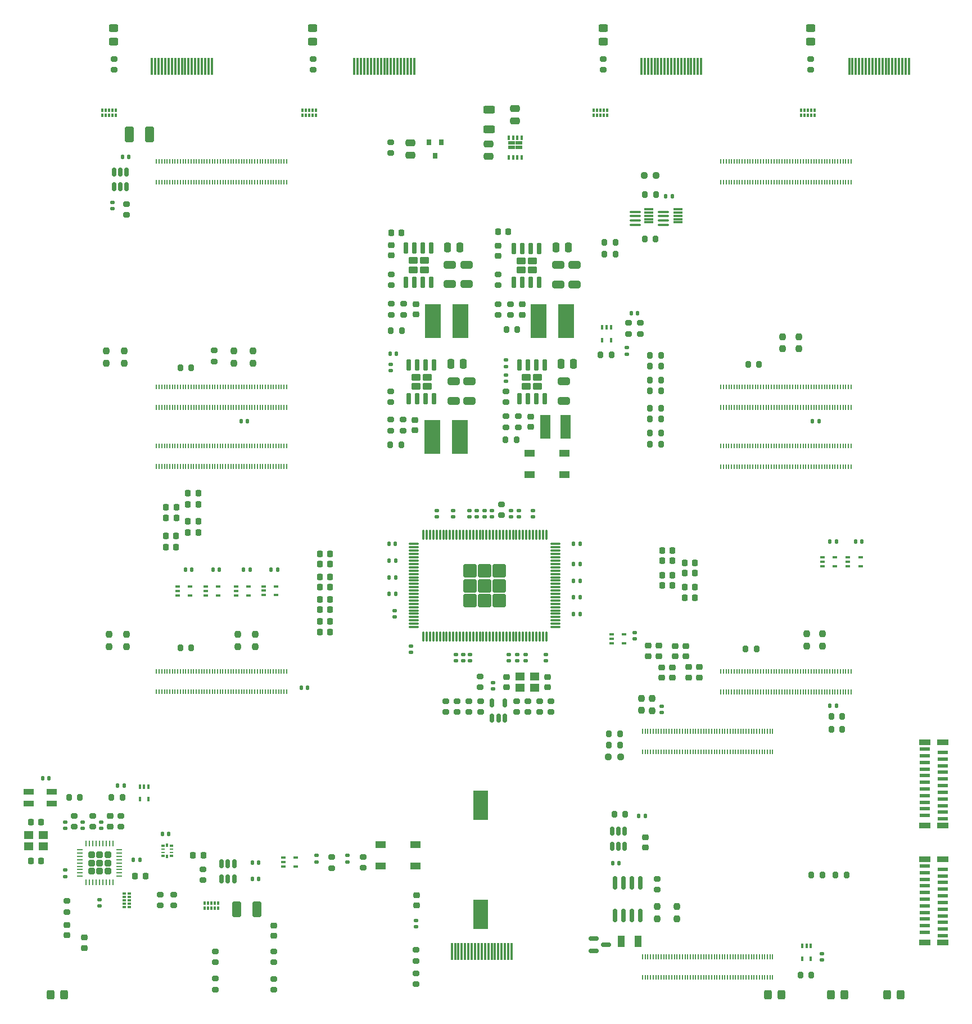
<source format=gtp>
%TF.GenerationSoftware,KiCad,Pcbnew,7.0.2-6a45011f42~172~ubuntu22.04.1*%
%TF.CreationDate,2023-04-24T13:24:36-07:00*%
%TF.ProjectId,Hepta-Pi_1.1,48657074-612d-4506-995f-312e312e6b69,2.1*%
%TF.SameCoordinates,PX37cf1c0PY1ad88f0*%
%TF.FileFunction,Paste,Top*%
%TF.FilePolarity,Positive*%
%FSLAX46Y46*%
G04 Gerber Fmt 4.6, Leading zero omitted, Abs format (unit mm)*
G04 Created by KiCad (PCBNEW 7.0.2-6a45011f42~172~ubuntu22.04.1) date 2023-04-24 13:24:36*
%MOMM*%
%LPD*%
G01*
G04 APERTURE LIST*
G04 Aperture macros list*
%AMRoundRect*
0 Rectangle with rounded corners*
0 $1 Rounding radius*
0 $2 $3 $4 $5 $6 $7 $8 $9 X,Y pos of 4 corners*
0 Add a 4 corners polygon primitive as box body*
4,1,4,$2,$3,$4,$5,$6,$7,$8,$9,$2,$3,0*
0 Add four circle primitives for the rounded corners*
1,1,$1+$1,$2,$3*
1,1,$1+$1,$4,$5*
1,1,$1+$1,$6,$7*
1,1,$1+$1,$8,$9*
0 Add four rect primitives between the rounded corners*
20,1,$1+$1,$2,$3,$4,$5,0*
20,1,$1+$1,$4,$5,$6,$7,0*
20,1,$1+$1,$6,$7,$8,$9,0*
20,1,$1+$1,$8,$9,$2,$3,0*%
G04 Aperture macros list end*
%ADD10RoundRect,0.225000X-0.225000X-0.250000X0.225000X-0.250000X0.225000X0.250000X-0.225000X0.250000X0*%
%ADD11RoundRect,0.140000X-0.170000X0.140000X-0.170000X-0.140000X0.170000X-0.140000X0.170000X0.140000X0*%
%ADD12RoundRect,0.225000X0.225000X0.250000X-0.225000X0.250000X-0.225000X-0.250000X0.225000X-0.250000X0*%
%ADD13RoundRect,0.237500X-0.237500X0.250000X-0.237500X-0.250000X0.237500X-0.250000X0.237500X0.250000X0*%
%ADD14RoundRect,0.140000X0.170000X-0.140000X0.170000X0.140000X-0.170000X0.140000X-0.170000X-0.140000X0*%
%ADD15RoundRect,0.200000X-0.200000X-0.275000X0.200000X-0.275000X0.200000X0.275000X-0.200000X0.275000X0*%
%ADD16RoundRect,0.140000X-0.140000X-0.170000X0.140000X-0.170000X0.140000X0.170000X-0.140000X0.170000X0*%
%ADD17RoundRect,0.200000X0.275000X-0.200000X0.275000X0.200000X-0.275000X0.200000X-0.275000X-0.200000X0*%
%ADD18RoundRect,0.250000X-0.325000X-0.450000X0.325000X-0.450000X0.325000X0.450000X-0.325000X0.450000X0*%
%ADD19RoundRect,0.140000X0.140000X0.170000X-0.140000X0.170000X-0.140000X-0.170000X0.140000X-0.170000X0*%
%ADD20R,0.650000X0.400000*%
%ADD21RoundRect,0.150000X0.150000X-0.512500X0.150000X0.512500X-0.150000X0.512500X-0.150000X-0.512500X0*%
%ADD22R,1.524000X0.609600*%
%ADD23R,1.803400X0.812800*%
%ADD24R,0.200000X0.700000*%
%ADD25RoundRect,0.250000X-0.250000X-0.475000X0.250000X-0.475000X0.250000X0.475000X-0.250000X0.475000X0*%
%ADD26RoundRect,0.200000X0.200000X0.275000X-0.200000X0.275000X-0.200000X-0.275000X0.200000X-0.275000X0*%
%ADD27RoundRect,0.225000X-0.250000X0.225000X-0.250000X-0.225000X0.250000X-0.225000X0.250000X0.225000X0*%
%ADD28RoundRect,0.200000X-0.275000X0.200000X-0.275000X-0.200000X0.275000X-0.200000X0.275000X0.200000X0*%
%ADD29R,0.300000X2.600000*%
%ADD30R,1.500000X3.600000*%
%ADD31RoundRect,0.250000X0.450000X-0.325000X0.450000X0.325000X-0.450000X0.325000X-0.450000X-0.325000X0*%
%ADD32R,2.300000X4.500000*%
%ADD33RoundRect,0.237500X0.237500X-0.250000X0.237500X0.250000X-0.237500X0.250000X-0.237500X-0.250000X0*%
%ADD34R,2.350000X5.100000*%
%ADD35RoundRect,0.250000X0.650000X-0.325000X0.650000X0.325000X-0.650000X0.325000X-0.650000X-0.325000X0*%
%ADD36RoundRect,0.225000X0.250000X-0.225000X0.250000X0.225000X-0.250000X0.225000X-0.250000X-0.225000X0*%
%ADD37R,0.300000X0.550000*%
%ADD38R,0.400000X0.550000*%
%ADD39R,0.575000X0.300000*%
%ADD40R,0.575000X0.250000*%
%ADD41R,0.350000X0.630000*%
%ADD42RoundRect,0.250000X-0.435000X0.295000X-0.435000X-0.295000X0.435000X-0.295000X0.435000X0.295000X0*%
%ADD43RoundRect,0.150000X-0.150000X0.737500X-0.150000X-0.737500X0.150000X-0.737500X0.150000X0.737500X0*%
%ADD44RoundRect,0.250000X0.475000X-0.250000X0.475000X0.250000X-0.475000X0.250000X-0.475000X-0.250000X0*%
%ADD45R,0.400000X0.650000*%
%ADD46RoundRect,0.100000X0.712500X0.100000X-0.712500X0.100000X-0.712500X-0.100000X0.712500X-0.100000X0*%
%ADD47RoundRect,0.237500X0.250000X0.237500X-0.250000X0.237500X-0.250000X-0.237500X0.250000X-0.237500X0*%
%ADD48RoundRect,0.250000X-0.412500X-0.925000X0.412500X-0.925000X0.412500X0.925000X-0.412500X0.925000X0*%
%ADD49R,1.000000X0.600000*%
%ADD50R,0.420000X0.700000*%
%ADD51R,1.549400X0.990600*%
%ADD52RoundRect,0.150000X0.150000X-0.825000X0.150000X0.825000X-0.150000X0.825000X-0.150000X-0.825000X0*%
%ADD53RoundRect,0.247500X0.247500X-0.247500X0.247500X0.247500X-0.247500X0.247500X-0.247500X-0.247500X0*%
%ADD54RoundRect,0.062500X0.062500X-0.350000X0.062500X0.350000X-0.062500X0.350000X-0.062500X-0.350000X0*%
%ADD55RoundRect,0.062500X0.350000X-0.062500X0.350000X0.062500X-0.350000X0.062500X-0.350000X-0.062500X0*%
%ADD56RoundRect,0.250000X-0.475000X0.250000X-0.475000X-0.250000X0.475000X-0.250000X0.475000X0.250000X0*%
%ADD57RoundRect,0.150000X-0.587500X-0.150000X0.587500X-0.150000X0.587500X0.150000X-0.587500X0.150000X0*%
%ADD58R,1.400000X1.200000*%
%ADD59R,1.400000X0.300000*%
%ADD60R,0.550000X0.300000*%
%ADD61R,0.550000X0.400000*%
%ADD62RoundRect,0.075000X-0.075000X0.675000X-0.075000X-0.675000X0.075000X-0.675000X0.075000X0.675000X0*%
%ADD63RoundRect,0.075000X-0.675000X0.075000X-0.675000X-0.075000X0.675000X-0.075000X0.675000X0.075000X0*%
%ADD64RoundRect,0.252951X-0.747049X-0.747049X0.747049X-0.747049X0.747049X0.747049X-0.747049X0.747049X0*%
%ADD65R,1.000000X1.800000*%
%ADD66RoundRect,0.250000X-0.625000X0.312500X-0.625000X-0.312500X0.625000X-0.312500X0.625000X0.312500X0*%
%ADD67R,0.800000X0.900000*%
%ADD68R,1.600000X0.850000*%
%ADD69RoundRect,0.150000X-0.150000X0.512500X-0.150000X-0.512500X0.150000X-0.512500X0.150000X0.512500X0*%
G04 APERTURE END LIST*
D10*
%TO.C,C37*%
X26630000Y-74600000D03*
X28180000Y-74600000D03*
%TD*%
D11*
%TO.C,C121*%
X49290000Y-127070000D03*
X49290000Y-128030000D03*
%TD*%
D12*
%TO.C,C58*%
X51335000Y-83202858D03*
X49785000Y-83202858D03*
%TD*%
D13*
%TO.C,R23*%
X119500000Y-48977500D03*
X119500000Y-50802500D03*
%TD*%
D14*
%TO.C,C101*%
X75920000Y-101980000D03*
X75920000Y-101020000D03*
%TD*%
D15*
%TO.C,R74*%
X18430000Y-118350000D03*
X20080000Y-118350000D03*
%TD*%
D16*
%TO.C,C106*%
X126630000Y-104500000D03*
X127590000Y-104500000D03*
%TD*%
D17*
%TO.C,R17*%
X76680000Y-45690000D03*
X76680000Y-44040000D03*
%TD*%
D18*
%TO.C,D8*%
X9225000Y-148060000D03*
X11275000Y-148060000D03*
%TD*%
D11*
%TO.C,C85*%
X63490000Y-95560000D03*
X63490000Y-96520000D03*
%TD*%
D19*
%TO.C,C108*%
X20305000Y-116510000D03*
X19345000Y-116510000D03*
%TD*%
D20*
%TO.C,U15*%
X28390000Y-86610000D03*
X28390000Y-87260000D03*
X28390000Y-87910000D03*
X30290000Y-87910000D03*
X30290000Y-86610000D03*
%TD*%
D21*
%TO.C,U21*%
X75745000Y-106357500D03*
X76695000Y-106357500D03*
X77645000Y-106357500D03*
X77645000Y-104082500D03*
X75745000Y-104082500D03*
%TD*%
D13*
%TO.C,R59*%
X99880000Y-103427500D03*
X99880000Y-105252500D03*
%TD*%
D22*
%TO.C,J23*%
X143612500Y-139150000D03*
X140920100Y-138650001D03*
X143612500Y-138149999D03*
X140920100Y-137650000D03*
X143612500Y-137150001D03*
X140920100Y-136650000D03*
X143612500Y-136150001D03*
X140920100Y-135649999D03*
X143612500Y-135150000D03*
X140920100Y-134650001D03*
X143612500Y-134150000D03*
X140920100Y-133650000D03*
X143612500Y-133149999D03*
X140920100Y-132650000D03*
X143612500Y-132150001D03*
X140920100Y-131649999D03*
X143612500Y-131150000D03*
X140920100Y-130649999D03*
X143612500Y-130150000D03*
X140920100Y-129650001D03*
X143612500Y-129149999D03*
X140920100Y-128650000D03*
D23*
X140920100Y-127651600D03*
X140920100Y-140148400D03*
X143612500Y-127651600D03*
X143612500Y-140148400D03*
%TD*%
D24*
%TO.C,ZZ1*%
X25206000Y-25665000D03*
X25206000Y-22585000D03*
X25606000Y-25665000D03*
X25606000Y-22585000D03*
X26006000Y-25665000D03*
X26006000Y-22585000D03*
X26406000Y-25665000D03*
X26406000Y-22585000D03*
X26806000Y-25665000D03*
X26806000Y-22585000D03*
X27206000Y-25665000D03*
X27206000Y-22585000D03*
X27606000Y-25665000D03*
X27606000Y-22585000D03*
X28006000Y-25665000D03*
X28006000Y-22585000D03*
X28406000Y-25665000D03*
X28406000Y-22585000D03*
X28806000Y-25665000D03*
X28806000Y-22585000D03*
X29206000Y-25665000D03*
X29206000Y-22585000D03*
X29606000Y-25665000D03*
X29606000Y-22585000D03*
X30006000Y-25665000D03*
X30006000Y-22585000D03*
X30406000Y-25665000D03*
X30406000Y-22585000D03*
X30806000Y-25665000D03*
X30806000Y-22585000D03*
X31206000Y-25665000D03*
X31206000Y-22585000D03*
X31606000Y-25665000D03*
X31606000Y-22585000D03*
X32006000Y-25665000D03*
X32006000Y-22585000D03*
X32406000Y-25665000D03*
X32406000Y-22585000D03*
X32806000Y-25665000D03*
X32806000Y-22585000D03*
X33206000Y-25665000D03*
X33206000Y-22585000D03*
X33606000Y-25665000D03*
X33606000Y-22585000D03*
X34006000Y-25665000D03*
X34006000Y-22585000D03*
X34406000Y-25665000D03*
X34406000Y-22585000D03*
X34806000Y-25665000D03*
X34806000Y-22585000D03*
X35206000Y-25665000D03*
X35206000Y-22585000D03*
X35606000Y-25665000D03*
X35606000Y-22585000D03*
X36006000Y-25665000D03*
X36006000Y-22585000D03*
X36406000Y-25665000D03*
X36406000Y-22585000D03*
X36806000Y-25665000D03*
X36806000Y-22585000D03*
X37206000Y-25665000D03*
X37206000Y-22585000D03*
X37606000Y-25665000D03*
X37606000Y-22585000D03*
X38006000Y-25665000D03*
X38006000Y-22585000D03*
X38406000Y-25665000D03*
X38406000Y-22585000D03*
X38806000Y-25665000D03*
X38806000Y-22585000D03*
X39206000Y-25665000D03*
X39206000Y-22585000D03*
X39606000Y-25665000D03*
X39606000Y-22585000D03*
X40006000Y-25665000D03*
X40006000Y-22585000D03*
X40406000Y-25665000D03*
X40406000Y-22585000D03*
X40806000Y-25665000D03*
X40806000Y-22585000D03*
X41206000Y-25665000D03*
X41206000Y-22585000D03*
X41606000Y-25665000D03*
X41606000Y-22585000D03*
X42006000Y-25665000D03*
X42006000Y-22585000D03*
X42406000Y-25665000D03*
X42406000Y-22585000D03*
X42806000Y-25665000D03*
X42806000Y-22585000D03*
X43206000Y-25665000D03*
X43206000Y-22585000D03*
X43606000Y-25665000D03*
X43606000Y-22585000D03*
X44006000Y-25665000D03*
X44006000Y-22585000D03*
X44406000Y-25665000D03*
X44406000Y-22585000D03*
X44806000Y-25665000D03*
X44806000Y-22585000D03*
%TD*%
D25*
%TO.C,C13*%
X85340000Y-35520000D03*
X87240000Y-35520000D03*
%TD*%
D13*
%TO.C,R54*%
X123100000Y-93706500D03*
X123100000Y-95531500D03*
%TD*%
D17*
%TO.C,R86*%
X27770000Y-134600000D03*
X27770000Y-132950000D03*
%TD*%
D11*
%TO.C,C90*%
X70330000Y-96820000D03*
X70330000Y-97780000D03*
%TD*%
D26*
%TO.C,R46*%
X62075000Y-65270000D03*
X60425000Y-65270000D03*
%TD*%
D25*
%TO.C,C23*%
X69530000Y-53020000D03*
X71430000Y-53020000D03*
%TD*%
D26*
%TO.C,R47*%
X79425000Y-64470000D03*
X77775000Y-64470000D03*
%TD*%
D14*
%TO.C,C114*%
X16909591Y-122980000D03*
X16909591Y-122020000D03*
%TD*%
D16*
%TO.C,C76*%
X88020000Y-88200000D03*
X88980000Y-88200000D03*
%TD*%
D27*
%TO.C,C100*%
X106948262Y-98725000D03*
X106948262Y-100275000D03*
%TD*%
D20*
%TO.C,U26*%
X44310000Y-127410000D03*
X44310000Y-128060000D03*
X44310000Y-128710000D03*
X46210000Y-128710000D03*
X46210000Y-127410000D03*
%TD*%
D10*
%TO.C,C49*%
X26605000Y-78985000D03*
X28155000Y-78985000D03*
%TD*%
D28*
%TO.C,R96*%
X42867500Y-145655000D03*
X42867500Y-147305000D03*
%TD*%
D20*
%TO.C,U20*%
X93710000Y-93800000D03*
X93710000Y-94450000D03*
X93710000Y-95100000D03*
X95610000Y-95100000D03*
X95610000Y-93800000D03*
%TD*%
D27*
%TO.C,C103*%
X84120000Y-100175000D03*
X84120000Y-101725000D03*
%TD*%
D24*
%TO.C,ZZ3*%
X25206000Y-59615000D03*
X25206000Y-56535000D03*
X25606000Y-59615000D03*
X25606000Y-56535000D03*
X26006000Y-59615000D03*
X26006000Y-56535000D03*
X26406000Y-59615000D03*
X26406000Y-56535000D03*
X26806000Y-59615000D03*
X26806000Y-56535000D03*
X27206000Y-59615000D03*
X27206000Y-56535000D03*
X27606000Y-59615000D03*
X27606000Y-56535000D03*
X28006000Y-59615000D03*
X28006000Y-56535000D03*
X28406000Y-59615000D03*
X28406000Y-56535000D03*
X28806000Y-59615000D03*
X28806000Y-56535000D03*
X29206000Y-59615000D03*
X29206000Y-56535000D03*
X29606000Y-59615000D03*
X29606000Y-56535000D03*
X30006000Y-59615000D03*
X30006000Y-56535000D03*
X30406000Y-59615000D03*
X30406000Y-56535000D03*
X30806000Y-59615000D03*
X30806000Y-56535000D03*
X31206000Y-59615000D03*
X31206000Y-56535000D03*
X31606000Y-59615000D03*
X31606000Y-56535000D03*
X32006000Y-59615000D03*
X32006000Y-56535000D03*
X32406000Y-59615000D03*
X32406000Y-56535000D03*
X32806000Y-59615000D03*
X32806000Y-56535000D03*
X33206000Y-59615000D03*
X33206000Y-56535000D03*
X33606000Y-59615000D03*
X33606000Y-56535000D03*
X34006000Y-59615000D03*
X34006000Y-56535000D03*
X34406000Y-59615000D03*
X34406000Y-56535000D03*
X34806000Y-59615000D03*
X34806000Y-56535000D03*
X35206000Y-59615000D03*
X35206000Y-56535000D03*
X35606000Y-59615000D03*
X35606000Y-56535000D03*
X36006000Y-59615000D03*
X36006000Y-56535000D03*
X36406000Y-59615000D03*
X36406000Y-56535000D03*
X36806000Y-59615000D03*
X36806000Y-56535000D03*
X37206000Y-59615000D03*
X37206000Y-56535000D03*
X37606000Y-59615000D03*
X37606000Y-56535000D03*
X38006000Y-59615000D03*
X38006000Y-56535000D03*
X38406000Y-59615000D03*
X38406000Y-56535000D03*
X38806000Y-59615000D03*
X38806000Y-56535000D03*
X39206000Y-59615000D03*
X39206000Y-56535000D03*
X39606000Y-59615000D03*
X39606000Y-56535000D03*
X40006000Y-59615000D03*
X40006000Y-56535000D03*
X40406000Y-59615000D03*
X40406000Y-56535000D03*
X40806000Y-59615000D03*
X40806000Y-56535000D03*
X41206000Y-59615000D03*
X41206000Y-56535000D03*
X41606000Y-59615000D03*
X41606000Y-56535000D03*
X42006000Y-59615000D03*
X42006000Y-56535000D03*
X42406000Y-59615000D03*
X42406000Y-56535000D03*
X42806000Y-59615000D03*
X42806000Y-56535000D03*
X43206000Y-59615000D03*
X43206000Y-56535000D03*
X43606000Y-59615000D03*
X43606000Y-56535000D03*
X44006000Y-59615000D03*
X44006000Y-56535000D03*
X44406000Y-59615000D03*
X44406000Y-56535000D03*
X44806000Y-59615000D03*
X44806000Y-56535000D03*
%TD*%
D11*
%TO.C,C92*%
X72430000Y-96820000D03*
X72430000Y-97780000D03*
%TD*%
D16*
%TO.C,C120*%
X39610000Y-128125000D03*
X40570000Y-128125000D03*
%TD*%
D11*
%TO.C,C7*%
X18530000Y-28747500D03*
X18530000Y-29707500D03*
%TD*%
D29*
%TO.C,J4*%
X129530000Y-8219750D03*
X130030000Y-8219750D03*
X130530000Y-8219750D03*
X131030000Y-8219750D03*
X131530000Y-8219750D03*
X132030000Y-8219750D03*
X132530000Y-8219750D03*
X133030000Y-8219750D03*
X133530000Y-8219750D03*
X134030000Y-8219750D03*
X134530000Y-8219750D03*
X135030000Y-8219750D03*
X135530000Y-8219750D03*
X136030000Y-8219750D03*
X136530000Y-8219750D03*
X137030000Y-8219750D03*
X137530000Y-8219750D03*
X138030000Y-8219750D03*
X138530000Y-8219750D03*
%TD*%
D20*
%TO.C,U18*%
X41330000Y-86560000D03*
X41330000Y-87210000D03*
X41330000Y-87860000D03*
X43230000Y-87860000D03*
X43230000Y-86560000D03*
%TD*%
D30*
%TO.C,L3*%
X83795000Y-62570000D03*
X86845000Y-62570000D03*
%TD*%
D26*
%TO.C,R36*%
X101175000Y-57150000D03*
X99525000Y-57150000D03*
%TD*%
D31*
%TO.C,D2*%
X48750000Y-4565000D03*
X48750000Y-2515000D03*
%TD*%
D11*
%TO.C,C27*%
X77800000Y-54711250D03*
X77800000Y-55671250D03*
%TD*%
D16*
%TO.C,C52*%
X88030000Y-80150000D03*
X88990000Y-80150000D03*
%TD*%
D32*
%TO.C,BT1*%
X73990000Y-119545000D03*
X73990000Y-135945000D03*
%TD*%
D24*
%TO.C,ZZ10*%
X118005000Y-142345000D03*
X118005000Y-145425000D03*
X117605000Y-142345000D03*
X117605000Y-145425000D03*
X117205000Y-142345000D03*
X117205000Y-145425000D03*
X116805000Y-142345000D03*
X116805000Y-145425000D03*
X116405000Y-142345000D03*
X116405000Y-145425000D03*
X116005000Y-142345000D03*
X116005000Y-145425000D03*
X115605000Y-142345000D03*
X115605000Y-145425000D03*
X115205000Y-142345000D03*
X115205000Y-145425000D03*
X114805000Y-142345000D03*
X114805000Y-145425000D03*
X114405000Y-142345000D03*
X114405000Y-145425000D03*
X114005000Y-142345000D03*
X114005000Y-145425000D03*
X113605000Y-142345000D03*
X113605000Y-145425000D03*
X113205000Y-142345000D03*
X113205000Y-145425000D03*
X112805000Y-142345000D03*
X112805000Y-145425000D03*
X112405000Y-142345000D03*
X112405000Y-145425000D03*
X112005000Y-142345000D03*
X112005000Y-145425000D03*
X111605000Y-142345000D03*
X111605000Y-145425000D03*
X111205000Y-142345000D03*
X111205000Y-145425000D03*
X110805000Y-142345000D03*
X110805000Y-145425000D03*
X110405000Y-142345000D03*
X110405000Y-145425000D03*
X110005000Y-142345000D03*
X110005000Y-145425000D03*
X109605000Y-142345000D03*
X109605000Y-145425000D03*
X109205000Y-142345000D03*
X109205000Y-145425000D03*
X108805000Y-142345000D03*
X108805000Y-145425000D03*
X108405000Y-142345000D03*
X108405000Y-145425000D03*
X108005000Y-142345000D03*
X108005000Y-145425000D03*
X107605000Y-142345000D03*
X107605000Y-145425000D03*
X107205000Y-142345000D03*
X107205000Y-145425000D03*
X106805000Y-142345000D03*
X106805000Y-145425000D03*
X106405000Y-142345000D03*
X106405000Y-145425000D03*
X106005000Y-142345000D03*
X106005000Y-145425000D03*
X105605000Y-142345000D03*
X105605000Y-145425000D03*
X105205000Y-142345000D03*
X105205000Y-145425000D03*
X104805000Y-142345000D03*
X104805000Y-145425000D03*
X104405000Y-142345000D03*
X104405000Y-145425000D03*
X104005000Y-142345000D03*
X104005000Y-145425000D03*
X103605000Y-142345000D03*
X103605000Y-145425000D03*
X103205000Y-142345000D03*
X103205000Y-145425000D03*
X102805000Y-142345000D03*
X102805000Y-145425000D03*
X102405000Y-142345000D03*
X102405000Y-145425000D03*
X102005000Y-142345000D03*
X102005000Y-145425000D03*
X101605000Y-142345000D03*
X101605000Y-145425000D03*
X101205000Y-142345000D03*
X101205000Y-145425000D03*
X100805000Y-142345000D03*
X100805000Y-145425000D03*
X100405000Y-142345000D03*
X100405000Y-145425000D03*
X100005000Y-142345000D03*
X100005000Y-145425000D03*
X99605000Y-142345000D03*
X99605000Y-145425000D03*
X99205000Y-142345000D03*
X99205000Y-145425000D03*
X98805000Y-142345000D03*
X98805000Y-145425000D03*
X98405000Y-142345000D03*
X98405000Y-145425000D03*
%TD*%
D14*
%TO.C,C24*%
X77800000Y-53442500D03*
X77800000Y-52482500D03*
%TD*%
D33*
%TO.C,R89*%
X103570000Y-136582500D03*
X103570000Y-134757500D03*
%TD*%
D13*
%TO.C,R52*%
X37450000Y-93797500D03*
X37450000Y-95622500D03*
%TD*%
D12*
%TO.C,C73*%
X102905000Y-86383568D03*
X101355000Y-86383568D03*
%TD*%
D17*
%TO.C,R40*%
X60510000Y-63095000D03*
X60510000Y-61445000D03*
%TD*%
D19*
%TO.C,C34*%
X124960000Y-61660000D03*
X124000000Y-61660000D03*
%TD*%
D14*
%TO.C,C44*%
X75720000Y-76080000D03*
X75720000Y-75120000D03*
%TD*%
D15*
%TO.C,R93*%
X122185000Y-145120000D03*
X123835000Y-145120000D03*
%TD*%
D34*
%TO.C,L1*%
X66815000Y-46620000D03*
X70965000Y-46620000D03*
%TD*%
D35*
%TO.C,C14*%
X69390000Y-41065000D03*
X69390000Y-38115000D03*
%TD*%
D26*
%TO.C,R33*%
X30442500Y-53650000D03*
X28792500Y-53650000D03*
%TD*%
D11*
%TO.C,C127*%
X16620000Y-133695000D03*
X16620000Y-134655000D03*
%TD*%
D16*
%TO.C,C126*%
X39610000Y-130610000D03*
X40570000Y-130610000D03*
%TD*%
D13*
%TO.C,R26*%
X20310000Y-51117500D03*
X20310000Y-52942500D03*
%TD*%
D10*
%TO.C,C118*%
X6295000Y-127920000D03*
X7845000Y-127920000D03*
%TD*%
D36*
%TO.C,C129*%
X64350000Y-134575000D03*
X64350000Y-133025000D03*
%TD*%
D26*
%TO.C,R83*%
X129130000Y-130025000D03*
X127480000Y-130025000D03*
%TD*%
D37*
%TO.C,U1*%
X17082500Y-15610000D03*
X17582500Y-15610000D03*
D38*
X18082500Y-15610000D03*
D37*
X18582500Y-15610000D03*
X19082500Y-15610000D03*
X19082500Y-14840000D03*
X18582500Y-14840000D03*
D38*
X18082500Y-14840000D03*
D37*
X17582500Y-14840000D03*
X17082500Y-14840000D03*
%TD*%
D39*
%TO.C,U24*%
X26181232Y-125600000D03*
D40*
X26181232Y-126100000D03*
X26181232Y-126600000D03*
D39*
X26181232Y-127100000D03*
D41*
X26818732Y-127210000D03*
D39*
X27456232Y-127100000D03*
D40*
X27456232Y-126600000D03*
X27456232Y-126100000D03*
D39*
X27456232Y-125600000D03*
D41*
X26818732Y-125490000D03*
%TD*%
D18*
%TO.C,D10*%
X126730000Y-148075000D03*
X128780000Y-148075000D03*
%TD*%
D17*
%TO.C,R90*%
X34080000Y-143155000D03*
X34080000Y-141505000D03*
%TD*%
D10*
%TO.C,C125*%
X21995000Y-130200000D03*
X23545000Y-130200000D03*
%TD*%
D17*
%TO.C,R37*%
X60490000Y-58825000D03*
X60490000Y-57175000D03*
%TD*%
D12*
%TO.C,C62*%
X106279999Y-83006432D03*
X104729999Y-83006432D03*
%TD*%
D26*
%TO.C,R34*%
X101175000Y-53400000D03*
X99525000Y-53400000D03*
%TD*%
D13*
%TO.C,R29*%
X39710000Y-51117500D03*
X39710000Y-52942500D03*
%TD*%
D24*
%TO.C,ZZ2*%
X110205000Y-25660000D03*
X110205000Y-22580000D03*
X110605000Y-25660000D03*
X110605000Y-22580000D03*
X111005000Y-25660000D03*
X111005000Y-22580000D03*
X111405000Y-25660000D03*
X111405000Y-22580000D03*
X111805000Y-25660000D03*
X111805000Y-22580000D03*
X112205000Y-25660000D03*
X112205000Y-22580000D03*
X112605000Y-25660000D03*
X112605000Y-22580000D03*
X113005000Y-25660000D03*
X113005000Y-22580000D03*
X113405000Y-25660000D03*
X113405000Y-22580000D03*
X113805000Y-25660000D03*
X113805000Y-22580000D03*
X114205000Y-25660000D03*
X114205000Y-22580000D03*
X114605000Y-25660000D03*
X114605000Y-22580000D03*
X115005000Y-25660000D03*
X115005000Y-22580000D03*
X115405000Y-25660000D03*
X115405000Y-22580000D03*
X115805000Y-25660000D03*
X115805000Y-22580000D03*
X116205000Y-25660000D03*
X116205000Y-22580000D03*
X116605000Y-25660000D03*
X116605000Y-22580000D03*
X117005000Y-25660000D03*
X117005000Y-22580000D03*
X117405000Y-25660000D03*
X117405000Y-22580000D03*
X117805000Y-25660000D03*
X117805000Y-22580000D03*
X118205000Y-25660000D03*
X118205000Y-22580000D03*
X118605000Y-25660000D03*
X118605000Y-22580000D03*
X119005000Y-25660000D03*
X119005000Y-22580000D03*
X119405000Y-25660000D03*
X119405000Y-22580000D03*
X119805000Y-25660000D03*
X119805000Y-22580000D03*
X120205000Y-25660000D03*
X120205000Y-22580000D03*
X120605000Y-25660000D03*
X120605000Y-22580000D03*
X121005000Y-25660000D03*
X121005000Y-22580000D03*
X121405000Y-25660000D03*
X121405000Y-22580000D03*
X121805000Y-25660000D03*
X121805000Y-22580000D03*
X122205000Y-25660000D03*
X122205000Y-22580000D03*
X122605000Y-25660000D03*
X122605000Y-22580000D03*
X123005000Y-25660000D03*
X123005000Y-22580000D03*
X123405000Y-25660000D03*
X123405000Y-22580000D03*
X123805000Y-25660000D03*
X123805000Y-22580000D03*
X124205000Y-25660000D03*
X124205000Y-22580000D03*
X124605000Y-25660000D03*
X124605000Y-22580000D03*
X125005000Y-25660000D03*
X125005000Y-22580000D03*
X125405000Y-25660000D03*
X125405000Y-22580000D03*
X125805000Y-25660000D03*
X125805000Y-22580000D03*
X126205000Y-25660000D03*
X126205000Y-22580000D03*
X126605000Y-25660000D03*
X126605000Y-22580000D03*
X127005000Y-25660000D03*
X127005000Y-22580000D03*
X127405000Y-25660000D03*
X127405000Y-22580000D03*
X127805000Y-25660000D03*
X127805000Y-22580000D03*
X128205000Y-25660000D03*
X128205000Y-22580000D03*
X128605000Y-25660000D03*
X128605000Y-22580000D03*
X129005000Y-25660000D03*
X129005000Y-22580000D03*
X129405000Y-25660000D03*
X129405000Y-22580000D03*
X129805000Y-25660000D03*
X129805000Y-22580000D03*
%TD*%
D28*
%TO.C,R43*%
X79670000Y-60945000D03*
X79670000Y-62595000D03*
%TD*%
D24*
%TO.C,ZZ9*%
X118005000Y-108375000D03*
X118005000Y-111455000D03*
X117605000Y-108375000D03*
X117605000Y-111455000D03*
X117205000Y-108375000D03*
X117205000Y-111455000D03*
X116805000Y-108375000D03*
X116805000Y-111455000D03*
X116405000Y-108375000D03*
X116405000Y-111455000D03*
X116005000Y-108375000D03*
X116005000Y-111455000D03*
X115605000Y-108375000D03*
X115605000Y-111455000D03*
X115205000Y-108375000D03*
X115205000Y-111455000D03*
X114805000Y-108375000D03*
X114805000Y-111455000D03*
X114405000Y-108375000D03*
X114405000Y-111455000D03*
X114005000Y-108375000D03*
X114005000Y-111455000D03*
X113605000Y-108375000D03*
X113605000Y-111455000D03*
X113205000Y-108375000D03*
X113205000Y-111455000D03*
X112805000Y-108375000D03*
X112805000Y-111455000D03*
X112405000Y-108375000D03*
X112405000Y-111455000D03*
X112005000Y-108375000D03*
X112005000Y-111455000D03*
X111605000Y-108375000D03*
X111605000Y-111455000D03*
X111205000Y-108375000D03*
X111205000Y-111455000D03*
X110805000Y-108375000D03*
X110805000Y-111455000D03*
X110405000Y-108375000D03*
X110405000Y-111455000D03*
X110005000Y-108375000D03*
X110005000Y-111455000D03*
X109605000Y-108375000D03*
X109605000Y-111455000D03*
X109205000Y-108375000D03*
X109205000Y-111455000D03*
X108805000Y-108375000D03*
X108805000Y-111455000D03*
X108405000Y-108375000D03*
X108405000Y-111455000D03*
X108005000Y-108375000D03*
X108005000Y-111455000D03*
X107605000Y-108375000D03*
X107605000Y-111455000D03*
X107205000Y-108375000D03*
X107205000Y-111455000D03*
X106805000Y-108375000D03*
X106805000Y-111455000D03*
X106405000Y-108375000D03*
X106405000Y-111455000D03*
X106005000Y-108375000D03*
X106005000Y-111455000D03*
X105605000Y-108375000D03*
X105605000Y-111455000D03*
X105205000Y-108375000D03*
X105205000Y-111455000D03*
X104805000Y-108375000D03*
X104805000Y-111455000D03*
X104405000Y-108375000D03*
X104405000Y-111455000D03*
X104005000Y-108375000D03*
X104005000Y-111455000D03*
X103605000Y-108375000D03*
X103605000Y-111455000D03*
X103205000Y-108375000D03*
X103205000Y-111455000D03*
X102805000Y-108375000D03*
X102805000Y-111455000D03*
X102405000Y-108375000D03*
X102405000Y-111455000D03*
X102005000Y-108375000D03*
X102005000Y-111455000D03*
X101605000Y-108375000D03*
X101605000Y-111455000D03*
X101205000Y-108375000D03*
X101205000Y-111455000D03*
X100805000Y-108375000D03*
X100805000Y-111455000D03*
X100405000Y-108375000D03*
X100405000Y-111455000D03*
X100005000Y-108375000D03*
X100005000Y-111455000D03*
X99605000Y-108375000D03*
X99605000Y-111455000D03*
X99205000Y-108375000D03*
X99205000Y-111455000D03*
X98805000Y-108375000D03*
X98805000Y-111455000D03*
X98405000Y-108375000D03*
X98405000Y-111455000D03*
%TD*%
D28*
%TO.C,R22*%
X98060000Y-46905000D03*
X98060000Y-48555000D03*
%TD*%
D12*
%TO.C,C69*%
X102905000Y-84850000D03*
X101355000Y-84850000D03*
%TD*%
D42*
%TO.C,U9*%
X81790000Y-37560000D03*
X80090000Y-37560000D03*
X81790000Y-38920000D03*
X80090000Y-38920000D03*
D43*
X82845000Y-35677500D03*
X81575000Y-35677500D03*
X80305000Y-35677500D03*
X79035000Y-35677500D03*
X79035000Y-40802500D03*
X80305000Y-40802500D03*
X81575000Y-40802500D03*
X82845000Y-40802500D03*
%TD*%
D14*
%TO.C,C130*%
X64330000Y-137830000D03*
X64330000Y-136870000D03*
%TD*%
D19*
%TO.C,C68*%
X61200000Y-85220000D03*
X60240000Y-85220000D03*
%TD*%
D34*
%TO.C,L2*%
X82755000Y-46640000D03*
X86905000Y-46640000D03*
%TD*%
D17*
%TO.C,R42*%
X77810000Y-62595000D03*
X77810000Y-60945000D03*
%TD*%
D44*
%TO.C,C4*%
X75240000Y-21820000D03*
X75240000Y-19920000D03*
%TD*%
D45*
%TO.C,U22*%
X23990000Y-116700000D03*
X23340000Y-116700000D03*
X22690000Y-116700000D03*
X22690000Y-118600000D03*
X23990000Y-118600000D03*
%TD*%
D12*
%TO.C,C82*%
X51345000Y-91860000D03*
X49795000Y-91860000D03*
%TD*%
D28*
%TO.C,R137*%
X73960000Y-100105000D03*
X73960000Y-101755000D03*
%TD*%
D27*
%TO.C,C88*%
X103306375Y-95519631D03*
X103306375Y-97069631D03*
%TD*%
D46*
%TO.C,U6*%
X101542500Y-32100000D03*
X101542500Y-31450000D03*
X101542500Y-30800000D03*
X101542500Y-30150000D03*
X97317500Y-30150000D03*
X97317500Y-30800000D03*
X97317500Y-31450000D03*
X97317500Y-32100000D03*
%TD*%
D28*
%TO.C,R18*%
X78481666Y-44040000D03*
X78481666Y-45690000D03*
%TD*%
D12*
%TO.C,C74*%
X106279999Y-86700000D03*
X104729999Y-86700000D03*
%TD*%
D10*
%TO.C,C48*%
X29935000Y-76790000D03*
X31485000Y-76790000D03*
%TD*%
D16*
%TO.C,C22*%
X60390000Y-51560000D03*
X61350000Y-51560000D03*
%TD*%
D28*
%TO.C,R62*%
X72242500Y-103825000D03*
X72242500Y-105475000D03*
%TD*%
%TO.C,R6*%
X60510000Y-19674600D03*
X60510000Y-21324600D03*
%TD*%
D47*
%TO.C,R7*%
X100482500Y-24725000D03*
X98657500Y-24725000D03*
%TD*%
D19*
%TO.C,C59*%
X61200000Y-82690000D03*
X60240000Y-82690000D03*
%TD*%
D25*
%TO.C,C25*%
X86120000Y-53050000D03*
X88020000Y-53050000D03*
%TD*%
D28*
%TO.C,R61*%
X70501250Y-103825000D03*
X70501250Y-105475000D03*
%TD*%
D18*
%TO.C,D9*%
X117255000Y-148075000D03*
X119305000Y-148075000D03*
%TD*%
D48*
%TO.C,C128*%
X37280000Y-135140000D03*
X40355000Y-135140000D03*
%TD*%
D17*
%TO.C,R76*%
X12770000Y-122755000D03*
X12770000Y-121105000D03*
%TD*%
D20*
%TO.C,U17*%
X37170000Y-86590000D03*
X37170000Y-87240000D03*
X37170000Y-87890000D03*
X39070000Y-87890000D03*
X39070000Y-86590000D03*
%TD*%
D13*
%TO.C,R50*%
X18030000Y-93777500D03*
X18030000Y-95602500D03*
%TD*%
D28*
%TO.C,R65*%
X81147500Y-103825000D03*
X81147500Y-105475000D03*
%TD*%
D26*
%TO.C,R82*%
X125480000Y-130025000D03*
X123830000Y-130025000D03*
%TD*%
D27*
%TO.C,C97*%
X101280000Y-98750000D03*
X101280000Y-100300000D03*
%TD*%
D49*
%TO.C,Q1*%
X78665000Y-20480000D03*
X79795000Y-20480000D03*
X78665000Y-19770000D03*
X79795000Y-19770000D03*
D50*
X78255000Y-19000000D03*
X78905000Y-19000000D03*
X79555000Y-19000000D03*
X80205000Y-19000000D03*
X78255000Y-22000000D03*
X78905000Y-22000000D03*
X79555000Y-22000000D03*
X80205000Y-22000000D03*
%TD*%
D16*
%TO.C,C65*%
X38320000Y-84050000D03*
X39280000Y-84050000D03*
%TD*%
D26*
%TO.C,R31*%
X101175000Y-51740000D03*
X99525000Y-51740000D03*
%TD*%
D24*
%TO.C,ZZ4*%
X110205000Y-59610000D03*
X110205000Y-56530000D03*
X110605000Y-59610000D03*
X110605000Y-56530000D03*
X111005000Y-59610000D03*
X111005000Y-56530000D03*
X111405000Y-59610000D03*
X111405000Y-56530000D03*
X111805000Y-59610000D03*
X111805000Y-56530000D03*
X112205000Y-59610000D03*
X112205000Y-56530000D03*
X112605000Y-59610000D03*
X112605000Y-56530000D03*
X113005000Y-59610000D03*
X113005000Y-56530000D03*
X113405000Y-59610000D03*
X113405000Y-56530000D03*
X113805000Y-59610000D03*
X113805000Y-56530000D03*
X114205000Y-59610000D03*
X114205000Y-56530000D03*
X114605000Y-59610000D03*
X114605000Y-56530000D03*
X115005000Y-59610000D03*
X115005000Y-56530000D03*
X115405000Y-59610000D03*
X115405000Y-56530000D03*
X115805000Y-59610000D03*
X115805000Y-56530000D03*
X116205000Y-59610000D03*
X116205000Y-56530000D03*
X116605000Y-59610000D03*
X116605000Y-56530000D03*
X117005000Y-59610000D03*
X117005000Y-56530000D03*
X117405000Y-59610000D03*
X117405000Y-56530000D03*
X117805000Y-59610000D03*
X117805000Y-56530000D03*
X118205000Y-59610000D03*
X118205000Y-56530000D03*
X118605000Y-59610000D03*
X118605000Y-56530000D03*
X119005000Y-59610000D03*
X119005000Y-56530000D03*
X119405000Y-59610000D03*
X119405000Y-56530000D03*
X119805000Y-59610000D03*
X119805000Y-56530000D03*
X120205000Y-59610000D03*
X120205000Y-56530000D03*
X120605000Y-59610000D03*
X120605000Y-56530000D03*
X121005000Y-59610000D03*
X121005000Y-56530000D03*
X121405000Y-59610000D03*
X121405000Y-56530000D03*
X121805000Y-59610000D03*
X121805000Y-56530000D03*
X122205000Y-59610000D03*
X122205000Y-56530000D03*
X122605000Y-59610000D03*
X122605000Y-56530000D03*
X123005000Y-59610000D03*
X123005000Y-56530000D03*
X123405000Y-59610000D03*
X123405000Y-56530000D03*
X123805000Y-59610000D03*
X123805000Y-56530000D03*
X124205000Y-59610000D03*
X124205000Y-56530000D03*
X124605000Y-59610000D03*
X124605000Y-56530000D03*
X125005000Y-59610000D03*
X125005000Y-56530000D03*
X125405000Y-59610000D03*
X125405000Y-56530000D03*
X125805000Y-59610000D03*
X125805000Y-56530000D03*
X126205000Y-59610000D03*
X126205000Y-56530000D03*
X126605000Y-59610000D03*
X126605000Y-56530000D03*
X127005000Y-59610000D03*
X127005000Y-56530000D03*
X127405000Y-59610000D03*
X127405000Y-56530000D03*
X127805000Y-59610000D03*
X127805000Y-56530000D03*
X128205000Y-59610000D03*
X128205000Y-56530000D03*
X128605000Y-59610000D03*
X128605000Y-56530000D03*
X129005000Y-59610000D03*
X129005000Y-56530000D03*
X129405000Y-59610000D03*
X129405000Y-56530000D03*
X129805000Y-59610000D03*
X129805000Y-56530000D03*
%TD*%
D36*
%TO.C,C19*%
X80283332Y-45640000D03*
X80283332Y-44090000D03*
%TD*%
D10*
%TO.C,C50*%
X29935000Y-78420000D03*
X31485000Y-78420000D03*
%TD*%
D19*
%TO.C,C115*%
X27033732Y-123870000D03*
X26073732Y-123870000D03*
%TD*%
D27*
%TO.C,C99*%
X105355000Y-98725000D03*
X105355000Y-100275000D03*
%TD*%
%TO.C,C10*%
X60590000Y-35195000D03*
X60590000Y-36745000D03*
%TD*%
D36*
%TO.C,C116*%
X98820000Y-125865000D03*
X98820000Y-124315000D03*
%TD*%
D16*
%TO.C,C20*%
X96700000Y-45420000D03*
X97660000Y-45420000D03*
%TD*%
D31*
%TO.C,D4*%
X123750000Y-4565000D03*
X123750000Y-2515000D03*
%TD*%
D24*
%TO.C,ZZ6*%
X110200000Y-68505000D03*
X110200000Y-65425000D03*
X110600000Y-68505000D03*
X110600000Y-65425000D03*
X111000000Y-68505000D03*
X111000000Y-65425000D03*
X111400000Y-68505000D03*
X111400000Y-65425000D03*
X111800000Y-68505000D03*
X111800000Y-65425000D03*
X112200000Y-68505000D03*
X112200000Y-65425000D03*
X112600000Y-68505000D03*
X112600000Y-65425000D03*
X113000000Y-68505000D03*
X113000000Y-65425000D03*
X113400000Y-68505000D03*
X113400000Y-65425000D03*
X113800000Y-68505000D03*
X113800000Y-65425000D03*
X114200000Y-68505000D03*
X114200000Y-65425000D03*
X114600000Y-68505000D03*
X114600000Y-65425000D03*
X115000000Y-68505000D03*
X115000000Y-65425000D03*
X115400000Y-68505000D03*
X115400000Y-65425000D03*
X115800000Y-68505000D03*
X115800000Y-65425000D03*
X116200000Y-68505000D03*
X116200000Y-65425000D03*
X116600000Y-68505000D03*
X116600000Y-65425000D03*
X117000000Y-68505000D03*
X117000000Y-65425000D03*
X117400000Y-68505000D03*
X117400000Y-65425000D03*
X117800000Y-68505000D03*
X117800000Y-65425000D03*
X118200000Y-68505000D03*
X118200000Y-65425000D03*
X118600000Y-68505000D03*
X118600000Y-65425000D03*
X119000000Y-68505000D03*
X119000000Y-65425000D03*
X119400000Y-68505000D03*
X119400000Y-65425000D03*
X119800000Y-68505000D03*
X119800000Y-65425000D03*
X120200000Y-68505000D03*
X120200000Y-65425000D03*
X120600000Y-68505000D03*
X120600000Y-65425000D03*
X121000000Y-68505000D03*
X121000000Y-65425000D03*
X121400000Y-68505000D03*
X121400000Y-65425000D03*
X121800000Y-68505000D03*
X121800000Y-65425000D03*
X122200000Y-68505000D03*
X122200000Y-65425000D03*
X122600000Y-68505000D03*
X122600000Y-65425000D03*
X123000000Y-68505000D03*
X123000000Y-65425000D03*
X123400000Y-68505000D03*
X123400000Y-65425000D03*
X123800000Y-68505000D03*
X123800000Y-65425000D03*
X124200000Y-68505000D03*
X124200000Y-65425000D03*
X124600000Y-68505000D03*
X124600000Y-65425000D03*
X125000000Y-68505000D03*
X125000000Y-65425000D03*
X125400000Y-68505000D03*
X125400000Y-65425000D03*
X125800000Y-68505000D03*
X125800000Y-65425000D03*
X126200000Y-68505000D03*
X126200000Y-65425000D03*
X126600000Y-68505000D03*
X126600000Y-65425000D03*
X127000000Y-68505000D03*
X127000000Y-65425000D03*
X127400000Y-68505000D03*
X127400000Y-65425000D03*
X127800000Y-68505000D03*
X127800000Y-65425000D03*
X128200000Y-68505000D03*
X128200000Y-65425000D03*
X128600000Y-68505000D03*
X128600000Y-65425000D03*
X129000000Y-68505000D03*
X129000000Y-65425000D03*
X129400000Y-68505000D03*
X129400000Y-65425000D03*
X129800000Y-68505000D03*
X129800000Y-65425000D03*
%TD*%
D19*
%TO.C,C31*%
X38910000Y-61670000D03*
X37950000Y-61670000D03*
%TD*%
D17*
%TO.C,R3*%
X92480000Y-8775000D03*
X92480000Y-7125000D03*
%TD*%
D26*
%TO.C,R32*%
X115955000Y-53125000D03*
X114305000Y-53125000D03*
%TD*%
%TO.C,R71*%
X94995000Y-110420000D03*
X93345000Y-110420000D03*
%TD*%
D28*
%TO.C,R60*%
X68760000Y-103825000D03*
X68760000Y-105475000D03*
%TD*%
D17*
%TO.C,R91*%
X42860000Y-143165000D03*
X42860000Y-141515000D03*
%TD*%
D10*
%TO.C,C36*%
X29935000Y-74180000D03*
X31485000Y-74180000D03*
%TD*%
D28*
%TO.C,R84*%
X100570000Y-130595000D03*
X100570000Y-132245000D03*
%TD*%
%TO.C,R16*%
X62423333Y-44025000D03*
X62423333Y-45675000D03*
%TD*%
D36*
%TO.C,C18*%
X64271666Y-45625000D03*
X64271666Y-44075000D03*
%TD*%
D14*
%TO.C,C40*%
X69880000Y-76080000D03*
X69880000Y-75120000D03*
%TD*%
D16*
%TO.C,C5*%
X20080000Y-21900000D03*
X21040000Y-21900000D03*
%TD*%
D29*
%TO.C,J24*%
X78680000Y-141563250D03*
X78180000Y-141563250D03*
X77680000Y-141563250D03*
X77180000Y-141563250D03*
X76680000Y-141563250D03*
X76180000Y-141563250D03*
X75680000Y-141563250D03*
X75180000Y-141563250D03*
X74680000Y-141563250D03*
X74180000Y-141563250D03*
X73680000Y-141563250D03*
X73180000Y-141563250D03*
X72680000Y-141563250D03*
X72180000Y-141563250D03*
X71680000Y-141563250D03*
X71180000Y-141563250D03*
X70680000Y-141563250D03*
X70180000Y-141563250D03*
X69680000Y-141563250D03*
%TD*%
D35*
%TO.C,C17*%
X88170000Y-41115000D03*
X88170000Y-38165000D03*
%TD*%
D16*
%TO.C,C104*%
X46980000Y-101800000D03*
X47940000Y-101800000D03*
%TD*%
D35*
%TO.C,C28*%
X69930000Y-58605000D03*
X69930000Y-55655000D03*
%TD*%
D16*
%TO.C,C107*%
X8080000Y-115440000D03*
X9040000Y-115440000D03*
%TD*%
D37*
%TO.C,U2*%
X47220000Y-15610000D03*
X47720000Y-15610000D03*
D38*
X48220000Y-15610000D03*
D37*
X48720000Y-15610000D03*
X49220000Y-15610000D03*
X49220000Y-14840000D03*
X48720000Y-14840000D03*
D38*
X48220000Y-14840000D03*
D37*
X47720000Y-14840000D03*
X47220000Y-14840000D03*
%TD*%
D20*
%TO.C,U14*%
X129350000Y-82210000D03*
X129350000Y-82860000D03*
X129350000Y-83510000D03*
X131250000Y-83510000D03*
X131250000Y-82210000D03*
%TD*%
D15*
%TO.C,R8*%
X98760000Y-27525000D03*
X100410000Y-27525000D03*
%TD*%
D14*
%TO.C,C39*%
X67430000Y-76080000D03*
X67430000Y-75120000D03*
%TD*%
D10*
%TO.C,C8*%
X60555000Y-33300000D03*
X62105000Y-33300000D03*
%TD*%
%TO.C,C9*%
X76655000Y-33180000D03*
X78205000Y-33180000D03*
%TD*%
D15*
%TO.C,R68*%
X126840000Y-106147500D03*
X128490000Y-106147500D03*
%TD*%
D26*
%TO.C,R57*%
X115592500Y-95975000D03*
X113942500Y-95975000D03*
%TD*%
D12*
%TO.C,C79*%
X51345000Y-90032858D03*
X49795000Y-90032858D03*
%TD*%
D17*
%TO.C,R1*%
X18810000Y-8775000D03*
X18810000Y-7125000D03*
%TD*%
D11*
%TO.C,C80*%
X61110000Y-90230000D03*
X61110000Y-91190000D03*
%TD*%
D24*
%TO.C,Module4*%
X110200000Y-102440000D03*
X110200000Y-99360000D03*
X110600000Y-102440000D03*
X110600000Y-99360000D03*
X111000000Y-102440000D03*
X111000000Y-99360000D03*
X111400000Y-102440000D03*
X111400000Y-99360000D03*
X111800000Y-102440000D03*
X111800000Y-99360000D03*
X112200000Y-102440000D03*
X112200000Y-99360000D03*
X112600000Y-102440000D03*
X112600000Y-99360000D03*
X113000000Y-102440000D03*
X113000000Y-99360000D03*
X113400000Y-102440000D03*
X113400000Y-99360000D03*
X113800000Y-102440000D03*
X113800000Y-99360000D03*
X114200000Y-102440000D03*
X114200000Y-99360000D03*
X114600000Y-102440000D03*
X114600000Y-99360000D03*
X115000000Y-102440000D03*
X115000000Y-99360000D03*
X115400000Y-102440000D03*
X115400000Y-99360000D03*
X115800000Y-102440000D03*
X115800000Y-99360000D03*
X116200000Y-102440000D03*
X116200000Y-99360000D03*
X116600000Y-102440000D03*
X116600000Y-99360000D03*
X117000000Y-102440000D03*
X117000000Y-99360000D03*
X117400000Y-102440000D03*
X117400000Y-99360000D03*
X117800000Y-102440000D03*
X117800000Y-99360000D03*
X118200000Y-102440000D03*
X118200000Y-99360000D03*
X118600000Y-102440000D03*
X118600000Y-99360000D03*
X119000000Y-102440000D03*
X119000000Y-99360000D03*
X119400000Y-102440000D03*
X119400000Y-99360000D03*
X119800000Y-102440000D03*
X119800000Y-99360000D03*
X120200000Y-102440000D03*
X120200000Y-99360000D03*
X120600000Y-102440000D03*
X120600000Y-99360000D03*
X121000000Y-102440000D03*
X121000000Y-99360000D03*
X121400000Y-102440000D03*
X121400000Y-99360000D03*
X121800000Y-102440000D03*
X121800000Y-99360000D03*
X122200000Y-102440000D03*
X122200000Y-99360000D03*
X122600000Y-102440000D03*
X122600000Y-99360000D03*
X123000000Y-102440000D03*
X123000000Y-99360000D03*
X123400000Y-102440000D03*
X123400000Y-99360000D03*
X123800000Y-102440000D03*
X123800000Y-99360000D03*
X124200000Y-102440000D03*
X124200000Y-99360000D03*
X124600000Y-102440000D03*
X124600000Y-99360000D03*
X125000000Y-102440000D03*
X125000000Y-99360000D03*
X125400000Y-102440000D03*
X125400000Y-99360000D03*
X125800000Y-102440000D03*
X125800000Y-99360000D03*
X126200000Y-102440000D03*
X126200000Y-99360000D03*
X126600000Y-102440000D03*
X126600000Y-99360000D03*
X127000000Y-102440000D03*
X127000000Y-99360000D03*
X127400000Y-102440000D03*
X127400000Y-99360000D03*
X127800000Y-102440000D03*
X127800000Y-99360000D03*
X128200000Y-102440000D03*
X128200000Y-99360000D03*
X128600000Y-102440000D03*
X128600000Y-99360000D03*
X129000000Y-102440000D03*
X129000000Y-99360000D03*
X129400000Y-102440000D03*
X129400000Y-99360000D03*
X129800000Y-102440000D03*
X129800000Y-99360000D03*
X110200000Y-68520000D03*
X110200000Y-65440000D03*
X110600000Y-68520000D03*
X110600000Y-65440000D03*
X111000000Y-68520000D03*
X111000000Y-65440000D03*
X111400000Y-68520000D03*
X111400000Y-65440000D03*
X111800000Y-68520000D03*
X111800000Y-65440000D03*
X112200000Y-68520000D03*
X112200000Y-65440000D03*
X112600000Y-68520000D03*
X112600000Y-65440000D03*
X113000000Y-68520000D03*
X113000000Y-65440000D03*
X113400000Y-68520000D03*
X113400000Y-65440000D03*
X113800000Y-68520000D03*
X113800000Y-65440000D03*
X114200000Y-68520000D03*
X114200000Y-65440000D03*
X114600000Y-68520000D03*
X114600000Y-65440000D03*
X115000000Y-68520000D03*
X115000000Y-65440000D03*
X115400000Y-68520000D03*
X115400000Y-65440000D03*
X115800000Y-68520000D03*
X115800000Y-65440000D03*
X116200000Y-68520000D03*
X116200000Y-65440000D03*
X116600000Y-68520000D03*
X116600000Y-65440000D03*
X117000000Y-68520000D03*
X117000000Y-65440000D03*
X117400000Y-68520000D03*
X117400000Y-65440000D03*
X117800000Y-68520000D03*
X117800000Y-65440000D03*
X118200000Y-68520000D03*
X118200000Y-65440000D03*
X118600000Y-68520000D03*
X118600000Y-65440000D03*
X119000000Y-68520000D03*
X119000000Y-65440000D03*
X119400000Y-68520000D03*
X119400000Y-65440000D03*
X119800000Y-68520000D03*
X119800000Y-65440000D03*
X120200000Y-68520000D03*
X120200000Y-65440000D03*
X120600000Y-68520000D03*
X120600000Y-65440000D03*
X121000000Y-68520000D03*
X121000000Y-65440000D03*
X121400000Y-68520000D03*
X121400000Y-65440000D03*
X121800000Y-68520000D03*
X121800000Y-65440000D03*
X122200000Y-68520000D03*
X122200000Y-65440000D03*
X122600000Y-68520000D03*
X122600000Y-65440000D03*
X123000000Y-68520000D03*
X123000000Y-65440000D03*
X123400000Y-68520000D03*
X123400000Y-65440000D03*
X123800000Y-68520000D03*
X123800000Y-65440000D03*
X124200000Y-68520000D03*
X124200000Y-65440000D03*
X124600000Y-68520000D03*
X124600000Y-65440000D03*
X125000000Y-68520000D03*
X125000000Y-65440000D03*
X125400000Y-68520000D03*
X125400000Y-65440000D03*
X125800000Y-68520000D03*
X125800000Y-65440000D03*
X126200000Y-68520000D03*
X126200000Y-65440000D03*
X126600000Y-68520000D03*
X126600000Y-65440000D03*
X127000000Y-68520000D03*
X127000000Y-65440000D03*
X127400000Y-68520000D03*
X127400000Y-65440000D03*
X127800000Y-68520000D03*
X127800000Y-65440000D03*
X128200000Y-68520000D03*
X128200000Y-65440000D03*
X128600000Y-68520000D03*
X128600000Y-65440000D03*
X129000000Y-68520000D03*
X129000000Y-65440000D03*
X129400000Y-68520000D03*
X129400000Y-65440000D03*
X129800000Y-68520000D03*
X129800000Y-65440000D03*
%TD*%
D13*
%TO.C,R58*%
X98200000Y-103417500D03*
X98200000Y-105242500D03*
%TD*%
D15*
%TO.C,R12*%
X92655000Y-36500000D03*
X94305000Y-36500000D03*
%TD*%
D17*
%TO.C,R78*%
X19850713Y-122755000D03*
X19850713Y-121105000D03*
%TD*%
D22*
%TO.C,J21*%
X143612500Y-121555150D03*
X140920100Y-121055151D03*
X143612500Y-120555149D03*
X140920100Y-120055150D03*
X143612500Y-119555151D03*
X140920100Y-119055150D03*
X143612500Y-118555151D03*
X140920100Y-118055149D03*
X143612500Y-117555150D03*
X140920100Y-117055151D03*
X143612500Y-116555150D03*
X140920100Y-116055150D03*
X143612500Y-115555149D03*
X140920100Y-115055150D03*
X143612500Y-114555151D03*
X140920100Y-114055149D03*
X143612500Y-113555150D03*
X140920100Y-113055149D03*
X143612500Y-112555150D03*
X140920100Y-112055151D03*
X143612500Y-111555149D03*
X140920100Y-111055150D03*
D23*
X140920100Y-110056750D03*
X140920100Y-122553550D03*
X143612500Y-110056750D03*
X143612500Y-122553550D03*
%TD*%
D28*
%TO.C,R66*%
X82888750Y-103825000D03*
X82888750Y-105475000D03*
%TD*%
D35*
%TO.C,C15*%
X71890000Y-41065000D03*
X71890000Y-38115000D03*
%TD*%
D51*
%TO.C,SW1*%
X81394999Y-66540001D03*
X86645001Y-66540001D03*
X81394999Y-69739999D03*
X86645001Y-69739999D03*
%TD*%
D26*
%TO.C,R73*%
X13695000Y-118350000D03*
X12045000Y-118350000D03*
%TD*%
D52*
%TO.C,U29*%
X94265000Y-136122500D03*
X95535000Y-136122500D03*
X96805000Y-136122500D03*
X98075000Y-136122500D03*
X98075000Y-131172500D03*
X96805000Y-131172500D03*
X95535000Y-131172500D03*
X94265000Y-131172500D03*
%TD*%
D26*
%TO.C,R39*%
X101175000Y-59720000D03*
X99525000Y-59720000D03*
%TD*%
D12*
%TO.C,C67*%
X51335000Y-85100006D03*
X49785000Y-85100006D03*
%TD*%
D35*
%TO.C,C30*%
X86520000Y-58645000D03*
X86520000Y-55695000D03*
%TD*%
D14*
%TO.C,C43*%
X74590000Y-76080000D03*
X74590000Y-75120000D03*
%TD*%
D16*
%TO.C,C119*%
X21740000Y-127720000D03*
X22700000Y-127720000D03*
%TD*%
D14*
%TO.C,C134*%
X125430000Y-142810000D03*
X125430000Y-141850000D03*
%TD*%
%TO.C,C46*%
X79770000Y-76080000D03*
X79770000Y-75120000D03*
%TD*%
D42*
%TO.C,U11*%
X65970000Y-55060000D03*
X64270000Y-55060000D03*
X65970000Y-56420000D03*
X64270000Y-56420000D03*
D43*
X67025000Y-53177500D03*
X65755000Y-53177500D03*
X64485000Y-53177500D03*
X63215000Y-53177500D03*
X63215000Y-58302500D03*
X64485000Y-58302500D03*
X65755000Y-58302500D03*
X67025000Y-58302500D03*
%TD*%
D17*
%TO.C,R80*%
X56310000Y-128945000D03*
X56310000Y-127295000D03*
%TD*%
D14*
%TO.C,C122*%
X53970000Y-128030000D03*
X53970000Y-127070000D03*
%TD*%
D16*
%TO.C,C60*%
X88020000Y-83180000D03*
X88980000Y-83180000D03*
%TD*%
D14*
%TO.C,C45*%
X78580000Y-76080000D03*
X78580000Y-75120000D03*
%TD*%
D10*
%TO.C,C35*%
X29935000Y-72540000D03*
X31485000Y-72540000D03*
%TD*%
D44*
%TO.C,C3*%
X63400000Y-21669600D03*
X63400000Y-19769600D03*
%TD*%
D13*
%TO.C,R24*%
X121920000Y-48977500D03*
X121920000Y-50802500D03*
%TD*%
D17*
%TO.C,R38*%
X77800000Y-58815000D03*
X77800000Y-57165000D03*
%TD*%
D47*
%TO.C,R72*%
X95082500Y-112220000D03*
X93257500Y-112220000D03*
%TD*%
D48*
%TO.C,C2*%
X21092500Y-18532500D03*
X24167500Y-18532500D03*
%TD*%
D28*
%TO.C,R41*%
X62300000Y-61455000D03*
X62300000Y-63105000D03*
%TD*%
D24*
%TO.C,ZZ8*%
X110200000Y-102455000D03*
X110200000Y-99375000D03*
X110600000Y-102455000D03*
X110600000Y-99375000D03*
X111000000Y-102455000D03*
X111000000Y-99375000D03*
X111400000Y-102455000D03*
X111400000Y-99375000D03*
X111800000Y-102455000D03*
X111800000Y-99375000D03*
X112200000Y-102455000D03*
X112200000Y-99375000D03*
X112600000Y-102455000D03*
X112600000Y-99375000D03*
X113000000Y-102455000D03*
X113000000Y-99375000D03*
X113400000Y-102455000D03*
X113400000Y-99375000D03*
X113800000Y-102455000D03*
X113800000Y-99375000D03*
X114200000Y-102455000D03*
X114200000Y-99375000D03*
X114600000Y-102455000D03*
X114600000Y-99375000D03*
X115000000Y-102455000D03*
X115000000Y-99375000D03*
X115400000Y-102455000D03*
X115400000Y-99375000D03*
X115800000Y-102455000D03*
X115800000Y-99375000D03*
X116200000Y-102455000D03*
X116200000Y-99375000D03*
X116600000Y-102455000D03*
X116600000Y-99375000D03*
X117000000Y-102455000D03*
X117000000Y-99375000D03*
X117400000Y-102455000D03*
X117400000Y-99375000D03*
X117800000Y-102455000D03*
X117800000Y-99375000D03*
X118200000Y-102455000D03*
X118200000Y-99375000D03*
X118600000Y-102455000D03*
X118600000Y-99375000D03*
X119000000Y-102455000D03*
X119000000Y-99375000D03*
X119400000Y-102455000D03*
X119400000Y-99375000D03*
X119800000Y-102455000D03*
X119800000Y-99375000D03*
X120200000Y-102455000D03*
X120200000Y-99375000D03*
X120600000Y-102455000D03*
X120600000Y-99375000D03*
X121000000Y-102455000D03*
X121000000Y-99375000D03*
X121400000Y-102455000D03*
X121400000Y-99375000D03*
X121800000Y-102455000D03*
X121800000Y-99375000D03*
X122200000Y-102455000D03*
X122200000Y-99375000D03*
X122600000Y-102455000D03*
X122600000Y-99375000D03*
X123000000Y-102455000D03*
X123000000Y-99375000D03*
X123400000Y-102455000D03*
X123400000Y-99375000D03*
X123800000Y-102455000D03*
X123800000Y-99375000D03*
X124200000Y-102455000D03*
X124200000Y-99375000D03*
X124600000Y-102455000D03*
X124600000Y-99375000D03*
X125000000Y-102455000D03*
X125000000Y-99375000D03*
X125400000Y-102455000D03*
X125400000Y-99375000D03*
X125800000Y-102455000D03*
X125800000Y-99375000D03*
X126200000Y-102455000D03*
X126200000Y-99375000D03*
X126600000Y-102455000D03*
X126600000Y-99375000D03*
X127000000Y-102455000D03*
X127000000Y-99375000D03*
X127400000Y-102455000D03*
X127400000Y-99375000D03*
X127800000Y-102455000D03*
X127800000Y-99375000D03*
X128200000Y-102455000D03*
X128200000Y-99375000D03*
X128600000Y-102455000D03*
X128600000Y-99375000D03*
X129000000Y-102455000D03*
X129000000Y-99375000D03*
X129400000Y-102455000D03*
X129400000Y-99375000D03*
X129800000Y-102455000D03*
X129800000Y-99375000D03*
%TD*%
D26*
%TO.C,R35*%
X101175000Y-55500000D03*
X99525000Y-55500000D03*
%TD*%
D16*
%TO.C,C53*%
X126640000Y-79810000D03*
X127600000Y-79810000D03*
%TD*%
D24*
%TO.C,Module3*%
X110205000Y-59600000D03*
X110205000Y-56520000D03*
X110605000Y-59600000D03*
X110605000Y-56520000D03*
X111005000Y-59600000D03*
X111005000Y-56520000D03*
X111405000Y-59600000D03*
X111405000Y-56520000D03*
X111805000Y-59600000D03*
X111805000Y-56520000D03*
X112205000Y-59600000D03*
X112205000Y-56520000D03*
X112605000Y-59600000D03*
X112605000Y-56520000D03*
X113005000Y-59600000D03*
X113005000Y-56520000D03*
X113405000Y-59600000D03*
X113405000Y-56520000D03*
X113805000Y-59600000D03*
X113805000Y-56520000D03*
X114205000Y-59600000D03*
X114205000Y-56520000D03*
X114605000Y-59600000D03*
X114605000Y-56520000D03*
X115005000Y-59600000D03*
X115005000Y-56520000D03*
X115405000Y-59600000D03*
X115405000Y-56520000D03*
X115805000Y-59600000D03*
X115805000Y-56520000D03*
X116205000Y-59600000D03*
X116205000Y-56520000D03*
X116605000Y-59600000D03*
X116605000Y-56520000D03*
X117005000Y-59600000D03*
X117005000Y-56520000D03*
X117405000Y-59600000D03*
X117405000Y-56520000D03*
X117805000Y-59600000D03*
X117805000Y-56520000D03*
X118205000Y-59600000D03*
X118205000Y-56520000D03*
X118605000Y-59600000D03*
X118605000Y-56520000D03*
X119005000Y-59600000D03*
X119005000Y-56520000D03*
X119405000Y-59600000D03*
X119405000Y-56520000D03*
X119805000Y-59600000D03*
X119805000Y-56520000D03*
X120205000Y-59600000D03*
X120205000Y-56520000D03*
X120605000Y-59600000D03*
X120605000Y-56520000D03*
X121005000Y-59600000D03*
X121005000Y-56520000D03*
X121405000Y-59600000D03*
X121405000Y-56520000D03*
X121805000Y-59600000D03*
X121805000Y-56520000D03*
X122205000Y-59600000D03*
X122205000Y-56520000D03*
X122605000Y-59600000D03*
X122605000Y-56520000D03*
X123005000Y-59600000D03*
X123005000Y-56520000D03*
X123405000Y-59600000D03*
X123405000Y-56520000D03*
X123805000Y-59600000D03*
X123805000Y-56520000D03*
X124205000Y-59600000D03*
X124205000Y-56520000D03*
X124605000Y-59600000D03*
X124605000Y-56520000D03*
X125005000Y-59600000D03*
X125005000Y-56520000D03*
X125405000Y-59600000D03*
X125405000Y-56520000D03*
X125805000Y-59600000D03*
X125805000Y-56520000D03*
X126205000Y-59600000D03*
X126205000Y-56520000D03*
X126605000Y-59600000D03*
X126605000Y-56520000D03*
X127005000Y-59600000D03*
X127005000Y-56520000D03*
X127405000Y-59600000D03*
X127405000Y-56520000D03*
X127805000Y-59600000D03*
X127805000Y-56520000D03*
X128205000Y-59600000D03*
X128205000Y-56520000D03*
X128605000Y-59600000D03*
X128605000Y-56520000D03*
X129005000Y-59600000D03*
X129005000Y-56520000D03*
X129405000Y-59600000D03*
X129405000Y-56520000D03*
X129805000Y-59600000D03*
X129805000Y-56520000D03*
X110205000Y-25680000D03*
X110205000Y-22600000D03*
X110605000Y-25680000D03*
X110605000Y-22600000D03*
X111005000Y-25680000D03*
X111005000Y-22600000D03*
X111405000Y-25680000D03*
X111405000Y-22600000D03*
X111805000Y-25680000D03*
X111805000Y-22600000D03*
X112205000Y-25680000D03*
X112205000Y-22600000D03*
X112605000Y-25680000D03*
X112605000Y-22600000D03*
X113005000Y-25680000D03*
X113005000Y-22600000D03*
X113405000Y-25680000D03*
X113405000Y-22600000D03*
X113805000Y-25680000D03*
X113805000Y-22600000D03*
X114205000Y-25680000D03*
X114205000Y-22600000D03*
X114605000Y-25680000D03*
X114605000Y-22600000D03*
X115005000Y-25680000D03*
X115005000Y-22600000D03*
X115405000Y-25680000D03*
X115405000Y-22600000D03*
X115805000Y-25680000D03*
X115805000Y-22600000D03*
X116205000Y-25680000D03*
X116205000Y-22600000D03*
X116605000Y-25680000D03*
X116605000Y-22600000D03*
X117005000Y-25680000D03*
X117005000Y-22600000D03*
X117405000Y-25680000D03*
X117405000Y-22600000D03*
X117805000Y-25680000D03*
X117805000Y-22600000D03*
X118205000Y-25680000D03*
X118205000Y-22600000D03*
X118605000Y-25680000D03*
X118605000Y-22600000D03*
X119005000Y-25680000D03*
X119005000Y-22600000D03*
X119405000Y-25680000D03*
X119405000Y-22600000D03*
X119805000Y-25680000D03*
X119805000Y-22600000D03*
X120205000Y-25680000D03*
X120205000Y-22600000D03*
X120605000Y-25680000D03*
X120605000Y-22600000D03*
X121005000Y-25680000D03*
X121005000Y-22600000D03*
X121405000Y-25680000D03*
X121405000Y-22600000D03*
X121805000Y-25680000D03*
X121805000Y-22600000D03*
X122205000Y-25680000D03*
X122205000Y-22600000D03*
X122605000Y-25680000D03*
X122605000Y-22600000D03*
X123005000Y-25680000D03*
X123005000Y-22600000D03*
X123405000Y-25680000D03*
X123405000Y-22600000D03*
X123805000Y-25680000D03*
X123805000Y-22600000D03*
X124205000Y-25680000D03*
X124205000Y-22600000D03*
X124605000Y-25680000D03*
X124605000Y-22600000D03*
X125005000Y-25680000D03*
X125005000Y-22600000D03*
X125405000Y-25680000D03*
X125405000Y-22600000D03*
X125805000Y-25680000D03*
X125805000Y-22600000D03*
X126205000Y-25680000D03*
X126205000Y-22600000D03*
X126605000Y-25680000D03*
X126605000Y-22600000D03*
X127005000Y-25680000D03*
X127005000Y-22600000D03*
X127405000Y-25680000D03*
X127405000Y-22600000D03*
X127805000Y-25680000D03*
X127805000Y-22600000D03*
X128205000Y-25680000D03*
X128205000Y-22600000D03*
X128605000Y-25680000D03*
X128605000Y-22600000D03*
X129005000Y-25680000D03*
X129005000Y-22600000D03*
X129405000Y-25680000D03*
X129405000Y-22600000D03*
X129805000Y-25680000D03*
X129805000Y-22600000D03*
%TD*%
D31*
%TO.C,D3*%
X92475000Y-4565000D03*
X92475000Y-2515000D03*
%TD*%
D14*
%TO.C,C113*%
X14105561Y-122980000D03*
X14105561Y-122020000D03*
%TD*%
%TO.C,C42*%
X73460000Y-76080000D03*
X73460000Y-75120000D03*
%TD*%
D53*
%TO.C,U25*%
X15400000Y-129430000D03*
X16630000Y-129430000D03*
X17860000Y-129430000D03*
X15400000Y-128200000D03*
X16630000Y-128200000D03*
X17860000Y-128200000D03*
X15400000Y-126970000D03*
X16630000Y-126970000D03*
X17860000Y-126970000D03*
D54*
X14630000Y-131137500D03*
X15130000Y-131137500D03*
X15630000Y-131137500D03*
X16130000Y-131137500D03*
X16630000Y-131137500D03*
X17130000Y-131137500D03*
X17630000Y-131137500D03*
X18130000Y-131137500D03*
X18630000Y-131137500D03*
D55*
X19567500Y-130200000D03*
X19567500Y-129700000D03*
X19567500Y-129200000D03*
X19567500Y-128700000D03*
X19567500Y-128200000D03*
X19567500Y-127700000D03*
X19567500Y-127200000D03*
X19567500Y-126700000D03*
X19567500Y-126200000D03*
D54*
X18630000Y-125262500D03*
X18130000Y-125262500D03*
X17630000Y-125262500D03*
X17130000Y-125262500D03*
X16630000Y-125262500D03*
X16130000Y-125262500D03*
X15630000Y-125262500D03*
X15130000Y-125262500D03*
X14630000Y-125262500D03*
D55*
X13692500Y-126200000D03*
X13692500Y-126700000D03*
X13692500Y-127200000D03*
X13692500Y-127700000D03*
X13692500Y-128200000D03*
X13692500Y-128700000D03*
X13692500Y-129200000D03*
X13692500Y-129700000D03*
X13692500Y-130200000D03*
%TD*%
D27*
%TO.C,C89*%
X104899637Y-95519631D03*
X104899637Y-97069631D03*
%TD*%
D17*
%TO.C,R81*%
X32230000Y-130805000D03*
X32230000Y-129155000D03*
%TD*%
%TO.C,R4*%
X123755000Y-8775000D03*
X123755000Y-7125000D03*
%TD*%
D45*
%TO.C,U31*%
X123740000Y-140690000D03*
X123090000Y-140690000D03*
X122440000Y-140690000D03*
X122440000Y-142590000D03*
X123740000Y-142590000D03*
%TD*%
D27*
%TO.C,C86*%
X99255000Y-95500000D03*
X99255000Y-97050000D03*
%TD*%
D36*
%TO.C,C111*%
X18245152Y-122705000D03*
X18245152Y-121155000D03*
%TD*%
D37*
%TO.C,U30*%
X32480000Y-135035000D03*
X32980000Y-135035000D03*
D38*
X33480000Y-135035000D03*
D37*
X33980000Y-135035000D03*
X34480000Y-135035000D03*
X34480000Y-134265000D03*
X33980000Y-134265000D03*
D38*
X33480000Y-134265000D03*
D37*
X32980000Y-134265000D03*
X32480000Y-134265000D03*
%TD*%
D36*
%TO.C,C32*%
X64160000Y-63055000D03*
X64160000Y-61505000D03*
%TD*%
D21*
%TO.C,U5*%
X18820000Y-26412500D03*
X19770000Y-26412500D03*
X20720000Y-26412500D03*
X20720000Y-24137500D03*
X19770000Y-24137500D03*
X18820000Y-24137500D03*
%TD*%
D15*
%TO.C,R30*%
X92085000Y-51730000D03*
X93735000Y-51730000D03*
%TD*%
D11*
%TO.C,C93*%
X78290000Y-96810000D03*
X78290000Y-97770000D03*
%TD*%
D26*
%TO.C,R11*%
X94305000Y-34730000D03*
X92655000Y-34730000D03*
%TD*%
D10*
%TO.C,C117*%
X30705000Y-127050000D03*
X32255000Y-127050000D03*
%TD*%
D27*
%TO.C,C98*%
X102873262Y-98750000D03*
X102873262Y-100300000D03*
%TD*%
D10*
%TO.C,C55*%
X26605000Y-80615000D03*
X28155000Y-80615000D03*
%TD*%
D13*
%TO.C,R25*%
X17640000Y-51117500D03*
X17640000Y-52942500D03*
%TD*%
D17*
%TO.C,R92*%
X64305000Y-142950000D03*
X64305000Y-141300000D03*
%TD*%
D12*
%TO.C,C56*%
X102905000Y-81172142D03*
X101355000Y-81172142D03*
%TD*%
D16*
%TO.C,C64*%
X33730000Y-84050000D03*
X34690000Y-84050000D03*
%TD*%
D14*
%TO.C,C47*%
X81880000Y-76080000D03*
X81880000Y-75120000D03*
%TD*%
D28*
%TO.C,R64*%
X79406250Y-103825000D03*
X79406250Y-105475000D03*
%TD*%
D12*
%TO.C,C83*%
X51345000Y-93402858D03*
X49795000Y-93402858D03*
%TD*%
D20*
%TO.C,U13*%
X125480000Y-82210000D03*
X125480000Y-82860000D03*
X125480000Y-83510000D03*
X127380000Y-83510000D03*
X127380000Y-82210000D03*
%TD*%
D56*
%TO.C,C1*%
X79200000Y-14600000D03*
X79200000Y-16500000D03*
%TD*%
D28*
%TO.C,R21*%
X96290000Y-46905000D03*
X96290000Y-48555000D03*
%TD*%
D12*
%TO.C,C57*%
X51335000Y-81660006D03*
X49785000Y-81660006D03*
%TD*%
D17*
%TO.C,R14*%
X76680000Y-41235000D03*
X76680000Y-39585000D03*
%TD*%
D42*
%TO.C,U12*%
X82610000Y-55090000D03*
X80910000Y-55090000D03*
X82610000Y-56450000D03*
X80910000Y-56450000D03*
D43*
X83665000Y-53207500D03*
X82395000Y-53207500D03*
X81125000Y-53207500D03*
X79855000Y-53207500D03*
X79855000Y-58332500D03*
X81125000Y-58332500D03*
X82395000Y-58332500D03*
X83665000Y-58332500D03*
%TD*%
D57*
%TO.C,D7*%
X91032500Y-139560000D03*
X91032500Y-141460000D03*
X92907500Y-140510000D03*
%TD*%
D28*
%TO.C,R27*%
X33890000Y-51035000D03*
X33890000Y-52685000D03*
%TD*%
D26*
%TO.C,R20*%
X79565000Y-47910000D03*
X77915000Y-47910000D03*
%TD*%
D36*
%TO.C,C133*%
X14370000Y-140995000D03*
X14370000Y-139445000D03*
%TD*%
D13*
%TO.C,R51*%
X20660000Y-93797500D03*
X20660000Y-95622500D03*
%TD*%
D25*
%TO.C,C11*%
X68990000Y-35510000D03*
X70890000Y-35510000D03*
%TD*%
D12*
%TO.C,C72*%
X51335000Y-86642858D03*
X49785000Y-86642858D03*
%TD*%
D27*
%TO.C,C87*%
X100848268Y-95500000D03*
X100848268Y-97050000D03*
%TD*%
%TO.C,C132*%
X42867500Y-137600000D03*
X42867500Y-139150000D03*
%TD*%
D16*
%TO.C,C71*%
X88020000Y-85700000D03*
X88980000Y-85700000D03*
%TD*%
D10*
%TO.C,C38*%
X26640000Y-76265000D03*
X28190000Y-76265000D03*
%TD*%
D58*
%TO.C,Y1*%
X82150000Y-100100000D03*
X79950000Y-100100000D03*
X79950000Y-101800000D03*
X82150000Y-101800000D03*
%TD*%
D35*
%TO.C,C29*%
X72370000Y-58605000D03*
X72370000Y-55655000D03*
%TD*%
D16*
%TO.C,C109*%
X97840000Y-121140000D03*
X98800000Y-121140000D03*
%TD*%
D13*
%TO.C,R88*%
X100570000Y-134757500D03*
X100570000Y-136582500D03*
%TD*%
D31*
%TO.C,D1*%
X18750000Y-4565000D03*
X18750000Y-2515000D03*
%TD*%
D13*
%TO.C,R53*%
X40040000Y-93797500D03*
X40040000Y-95622500D03*
%TD*%
D29*
%TO.C,J2*%
X55005000Y-8219750D03*
X55505000Y-8219750D03*
X56005000Y-8219750D03*
X56505000Y-8219750D03*
X57005000Y-8219750D03*
X57505000Y-8219750D03*
X58005000Y-8219750D03*
X58505000Y-8219750D03*
X59005000Y-8219750D03*
X59505000Y-8219750D03*
X60005000Y-8219750D03*
X60505000Y-8219750D03*
X61005000Y-8219750D03*
X61505000Y-8219750D03*
X62005000Y-8219750D03*
X62505000Y-8219750D03*
X63005000Y-8219750D03*
X63505000Y-8219750D03*
X64005000Y-8219750D03*
%TD*%
D59*
%TO.C,U7*%
X103715000Y-31750000D03*
X103715000Y-31250000D03*
X103715000Y-30750000D03*
X103715000Y-30250000D03*
X103715000Y-29750000D03*
X99315000Y-29750000D03*
X99315000Y-30250000D03*
X99315000Y-30750000D03*
X99315000Y-31250000D03*
X99315000Y-31750000D03*
%TD*%
D36*
%TO.C,C102*%
X77900000Y-101715000D03*
X77900000Y-100165000D03*
%TD*%
D37*
%TO.C,U4*%
X122295000Y-15610000D03*
X122795000Y-15610000D03*
D38*
X123295000Y-15610000D03*
D37*
X123795000Y-15610000D03*
X124295000Y-15610000D03*
X124295000Y-14840000D03*
X123795000Y-14840000D03*
D38*
X123295000Y-14840000D03*
D37*
X122795000Y-14840000D03*
X122295000Y-14840000D03*
%TD*%
D16*
%TO.C,C54*%
X130510000Y-79810000D03*
X131470000Y-79810000D03*
%TD*%
D12*
%TO.C,C70*%
X106279999Y-84540000D03*
X104729999Y-84540000D03*
%TD*%
D16*
%TO.C,C123*%
X93900000Y-128258750D03*
X94860000Y-128258750D03*
%TD*%
D14*
%TO.C,C124*%
X11425000Y-130230000D03*
X11425000Y-129270000D03*
%TD*%
D13*
%TO.C,R28*%
X36830000Y-51117500D03*
X36830000Y-52942500D03*
%TD*%
D26*
%TO.C,R56*%
X30430000Y-95775000D03*
X28780000Y-95775000D03*
%TD*%
D60*
%TO.C,U28*%
X21097000Y-134822000D03*
X21097000Y-134322000D03*
D61*
X21097000Y-133822000D03*
D60*
X21097000Y-133322000D03*
X21097000Y-132822000D03*
X20327000Y-132822000D03*
X20327000Y-133322000D03*
D61*
X20327000Y-133822000D03*
D60*
X20327000Y-134322000D03*
X20327000Y-134822000D03*
%TD*%
D28*
%TO.C,R67*%
X84630000Y-103825000D03*
X84630000Y-105475000D03*
%TD*%
D24*
%TO.C,ZZ5*%
X25201000Y-68495000D03*
X25201000Y-65415000D03*
X25601000Y-68495000D03*
X25601000Y-65415000D03*
X26001000Y-68495000D03*
X26001000Y-65415000D03*
X26401000Y-68495000D03*
X26401000Y-65415000D03*
X26801000Y-68495000D03*
X26801000Y-65415000D03*
X27201000Y-68495000D03*
X27201000Y-65415000D03*
X27601000Y-68495000D03*
X27601000Y-65415000D03*
X28001000Y-68495000D03*
X28001000Y-65415000D03*
X28401000Y-68495000D03*
X28401000Y-65415000D03*
X28801000Y-68495000D03*
X28801000Y-65415000D03*
X29201000Y-68495000D03*
X29201000Y-65415000D03*
X29601000Y-68495000D03*
X29601000Y-65415000D03*
X30001000Y-68495000D03*
X30001000Y-65415000D03*
X30401000Y-68495000D03*
X30401000Y-65415000D03*
X30801000Y-68495000D03*
X30801000Y-65415000D03*
X31201000Y-68495000D03*
X31201000Y-65415000D03*
X31601000Y-68495000D03*
X31601000Y-65415000D03*
X32001000Y-68495000D03*
X32001000Y-65415000D03*
X32401000Y-68495000D03*
X32401000Y-65415000D03*
X32801000Y-68495000D03*
X32801000Y-65415000D03*
X33201000Y-68495000D03*
X33201000Y-65415000D03*
X33601000Y-68495000D03*
X33601000Y-65415000D03*
X34001000Y-68495000D03*
X34001000Y-65415000D03*
X34401000Y-68495000D03*
X34401000Y-65415000D03*
X34801000Y-68495000D03*
X34801000Y-65415000D03*
X35201000Y-68495000D03*
X35201000Y-65415000D03*
X35601000Y-68495000D03*
X35601000Y-65415000D03*
X36001000Y-68495000D03*
X36001000Y-65415000D03*
X36401000Y-68495000D03*
X36401000Y-65415000D03*
X36801000Y-68495000D03*
X36801000Y-65415000D03*
X37201000Y-68495000D03*
X37201000Y-65415000D03*
X37601000Y-68495000D03*
X37601000Y-65415000D03*
X38001000Y-68495000D03*
X38001000Y-65415000D03*
X38401000Y-68495000D03*
X38401000Y-65415000D03*
X38801000Y-68495000D03*
X38801000Y-65415000D03*
X39201000Y-68495000D03*
X39201000Y-65415000D03*
X39601000Y-68495000D03*
X39601000Y-65415000D03*
X40001000Y-68495000D03*
X40001000Y-65415000D03*
X40401000Y-68495000D03*
X40401000Y-65415000D03*
X40801000Y-68495000D03*
X40801000Y-65415000D03*
X41201000Y-68495000D03*
X41201000Y-65415000D03*
X41601000Y-68495000D03*
X41601000Y-65415000D03*
X42001000Y-68495000D03*
X42001000Y-65415000D03*
X42401000Y-68495000D03*
X42401000Y-65415000D03*
X42801000Y-68495000D03*
X42801000Y-65415000D03*
X43201000Y-68495000D03*
X43201000Y-65415000D03*
X43601000Y-68495000D03*
X43601000Y-65415000D03*
X44001000Y-68495000D03*
X44001000Y-65415000D03*
X44401000Y-68495000D03*
X44401000Y-65415000D03*
X44801000Y-68495000D03*
X44801000Y-65415000D03*
%TD*%
%TO.C,Module2*%
X25200000Y-102440000D03*
X25200000Y-99360000D03*
X25600000Y-102440000D03*
X25600000Y-99360000D03*
X26000000Y-102440000D03*
X26000000Y-99360000D03*
X26400000Y-102440000D03*
X26400000Y-99360000D03*
X26800000Y-102440000D03*
X26800000Y-99360000D03*
X27200000Y-102440000D03*
X27200000Y-99360000D03*
X27600000Y-102440000D03*
X27600000Y-99360000D03*
X28000000Y-102440000D03*
X28000000Y-99360000D03*
X28400000Y-102440000D03*
X28400000Y-99360000D03*
X28800000Y-102440000D03*
X28800000Y-99360000D03*
X29200000Y-102440000D03*
X29200000Y-99360000D03*
X29600000Y-102440000D03*
X29600000Y-99360000D03*
X30000000Y-102440000D03*
X30000000Y-99360000D03*
X30400000Y-102440000D03*
X30400000Y-99360000D03*
X30800000Y-102440000D03*
X30800000Y-99360000D03*
X31200000Y-102440000D03*
X31200000Y-99360000D03*
X31600000Y-102440000D03*
X31600000Y-99360000D03*
X32000000Y-102440000D03*
X32000000Y-99360000D03*
X32400000Y-102440000D03*
X32400000Y-99360000D03*
X32800000Y-102440000D03*
X32800000Y-99360000D03*
X33200000Y-102440000D03*
X33200000Y-99360000D03*
X33600000Y-102440000D03*
X33600000Y-99360000D03*
X34000000Y-102440000D03*
X34000000Y-99360000D03*
X34400000Y-102440000D03*
X34400000Y-99360000D03*
X34800000Y-102440000D03*
X34800000Y-99360000D03*
X35200000Y-102440000D03*
X35200000Y-99360000D03*
X35600000Y-102440000D03*
X35600000Y-99360000D03*
X36000000Y-102440000D03*
X36000000Y-99360000D03*
X36400000Y-102440000D03*
X36400000Y-99360000D03*
X36800000Y-102440000D03*
X36800000Y-99360000D03*
X37200000Y-102440000D03*
X37200000Y-99360000D03*
X37600000Y-102440000D03*
X37600000Y-99360000D03*
X38000000Y-102440000D03*
X38000000Y-99360000D03*
X38400000Y-102440000D03*
X38400000Y-99360000D03*
X38800000Y-102440000D03*
X38800000Y-99360000D03*
X39200000Y-102440000D03*
X39200000Y-99360000D03*
X39600000Y-102440000D03*
X39600000Y-99360000D03*
X40000000Y-102440000D03*
X40000000Y-99360000D03*
X40400000Y-102440000D03*
X40400000Y-99360000D03*
X40800000Y-102440000D03*
X40800000Y-99360000D03*
X41200000Y-102440000D03*
X41200000Y-99360000D03*
X41600000Y-102440000D03*
X41600000Y-99360000D03*
X42000000Y-102440000D03*
X42000000Y-99360000D03*
X42400000Y-102440000D03*
X42400000Y-99360000D03*
X42800000Y-102440000D03*
X42800000Y-99360000D03*
X43200000Y-102440000D03*
X43200000Y-99360000D03*
X43600000Y-102440000D03*
X43600000Y-99360000D03*
X44000000Y-102440000D03*
X44000000Y-99360000D03*
X44400000Y-102440000D03*
X44400000Y-99360000D03*
X44800000Y-102440000D03*
X44800000Y-99360000D03*
X25200000Y-68520000D03*
X25200000Y-65440000D03*
X25600000Y-68520000D03*
X25600000Y-65440000D03*
X26000000Y-68520000D03*
X26000000Y-65440000D03*
X26400000Y-68520000D03*
X26400000Y-65440000D03*
X26800000Y-68520000D03*
X26800000Y-65440000D03*
X27200000Y-68520000D03*
X27200000Y-65440000D03*
X27600000Y-68520000D03*
X27600000Y-65440000D03*
X28000000Y-68520000D03*
X28000000Y-65440000D03*
X28400000Y-68520000D03*
X28400000Y-65440000D03*
X28800000Y-68520000D03*
X28800000Y-65440000D03*
X29200000Y-68520000D03*
X29200000Y-65440000D03*
X29600000Y-68520000D03*
X29600000Y-65440000D03*
X30000000Y-68520000D03*
X30000000Y-65440000D03*
X30400000Y-68520000D03*
X30400000Y-65440000D03*
X30800000Y-68520000D03*
X30800000Y-65440000D03*
X31200000Y-68520000D03*
X31200000Y-65440000D03*
X31600000Y-68520000D03*
X31600000Y-65440000D03*
X32000000Y-68520000D03*
X32000000Y-65440000D03*
X32400000Y-68520000D03*
X32400000Y-65440000D03*
X32800000Y-68520000D03*
X32800000Y-65440000D03*
X33200000Y-68520000D03*
X33200000Y-65440000D03*
X33600000Y-68520000D03*
X33600000Y-65440000D03*
X34000000Y-68520000D03*
X34000000Y-65440000D03*
X34400000Y-68520000D03*
X34400000Y-65440000D03*
X34800000Y-68520000D03*
X34800000Y-65440000D03*
X35200000Y-68520000D03*
X35200000Y-65440000D03*
X35600000Y-68520000D03*
X35600000Y-65440000D03*
X36000000Y-68520000D03*
X36000000Y-65440000D03*
X36400000Y-68520000D03*
X36400000Y-65440000D03*
X36800000Y-68520000D03*
X36800000Y-65440000D03*
X37200000Y-68520000D03*
X37200000Y-65440000D03*
X37600000Y-68520000D03*
X37600000Y-65440000D03*
X38000000Y-68520000D03*
X38000000Y-65440000D03*
X38400000Y-68520000D03*
X38400000Y-65440000D03*
X38800000Y-68520000D03*
X38800000Y-65440000D03*
X39200000Y-68520000D03*
X39200000Y-65440000D03*
X39600000Y-68520000D03*
X39600000Y-65440000D03*
X40000000Y-68520000D03*
X40000000Y-65440000D03*
X40400000Y-68520000D03*
X40400000Y-65440000D03*
X40800000Y-68520000D03*
X40800000Y-65440000D03*
X41200000Y-68520000D03*
X41200000Y-65440000D03*
X41600000Y-68520000D03*
X41600000Y-65440000D03*
X42000000Y-68520000D03*
X42000000Y-65440000D03*
X42400000Y-68520000D03*
X42400000Y-65440000D03*
X42800000Y-68520000D03*
X42800000Y-65440000D03*
X43200000Y-68520000D03*
X43200000Y-65440000D03*
X43600000Y-68520000D03*
X43600000Y-65440000D03*
X44000000Y-68520000D03*
X44000000Y-65440000D03*
X44400000Y-68520000D03*
X44400000Y-65440000D03*
X44800000Y-68520000D03*
X44800000Y-65440000D03*
%TD*%
D17*
%TO.C,R87*%
X11695000Y-135570000D03*
X11695000Y-133920000D03*
%TD*%
D12*
%TO.C,C110*%
X7845000Y-122020000D03*
X6295000Y-122020000D03*
%TD*%
D29*
%TO.C,J3*%
X98230000Y-8219750D03*
X98730000Y-8219750D03*
X99230000Y-8219750D03*
X99730000Y-8219750D03*
X100230000Y-8219750D03*
X100730000Y-8219750D03*
X101230000Y-8219750D03*
X101730000Y-8219750D03*
X102230000Y-8219750D03*
X102730000Y-8219750D03*
X103230000Y-8219750D03*
X103730000Y-8219750D03*
X104230000Y-8219750D03*
X104730000Y-8219750D03*
X105230000Y-8219750D03*
X105730000Y-8219750D03*
X106230000Y-8219750D03*
X106730000Y-8219750D03*
X107230000Y-8219750D03*
%TD*%
D28*
%TO.C,R9*%
X20720000Y-28975000D03*
X20720000Y-30625000D03*
%TD*%
D36*
%TO.C,C33*%
X81520000Y-62545000D03*
X81520000Y-60995000D03*
%TD*%
D15*
%TO.C,R10*%
X98745000Y-34275000D03*
X100395000Y-34275000D03*
%TD*%
D11*
%TO.C,C94*%
X79535000Y-96810000D03*
X79535000Y-97770000D03*
%TD*%
D26*
%TO.C,R48*%
X101175000Y-65130000D03*
X99525000Y-65130000D03*
%TD*%
D62*
%TO.C,U19*%
X83900000Y-78755000D03*
X83400000Y-78755000D03*
X82900000Y-78755000D03*
X82400000Y-78755000D03*
X81900000Y-78755000D03*
X81400000Y-78755000D03*
X80900000Y-78755000D03*
X80400000Y-78755000D03*
X79900000Y-78755000D03*
X79400000Y-78755000D03*
X78900000Y-78755000D03*
X78400000Y-78755000D03*
X77900000Y-78755000D03*
X77400000Y-78755000D03*
X76900000Y-78755000D03*
X76400000Y-78755000D03*
X75900000Y-78755000D03*
X75400000Y-78755000D03*
X74900000Y-78755000D03*
X74400000Y-78755000D03*
X73900000Y-78755000D03*
X73400000Y-78755000D03*
X72900000Y-78755000D03*
X72400000Y-78755000D03*
X71900000Y-78755000D03*
X71400000Y-78755000D03*
X70900000Y-78755000D03*
X70400000Y-78755000D03*
X69900000Y-78755000D03*
X69400000Y-78755000D03*
X68900000Y-78755000D03*
X68400000Y-78755000D03*
X67900000Y-78755000D03*
X67400000Y-78755000D03*
X66900000Y-78755000D03*
X66400000Y-78755000D03*
X65900000Y-78755000D03*
X65400000Y-78755000D03*
D63*
X63975000Y-80180000D03*
X63975000Y-80680000D03*
X63975000Y-81180000D03*
X63975000Y-81680000D03*
X63975000Y-82180000D03*
X63975000Y-82680000D03*
X63975000Y-83180000D03*
X63975000Y-83680000D03*
X63975000Y-84180000D03*
X63975000Y-84680000D03*
X63975000Y-85180000D03*
X63975000Y-85680000D03*
X63975000Y-86180000D03*
X63975000Y-86680000D03*
X63975000Y-87180000D03*
X63975000Y-87680000D03*
X63975000Y-88180000D03*
X63975000Y-88680000D03*
X63975000Y-89180000D03*
X63975000Y-89680000D03*
X63975000Y-90180000D03*
X63975000Y-90680000D03*
X63975000Y-91180000D03*
X63975000Y-91680000D03*
X63975000Y-92180000D03*
X63975000Y-92680000D03*
D62*
X65400000Y-94105000D03*
X65900000Y-94105000D03*
X66400000Y-94105000D03*
X66900000Y-94105000D03*
X67400000Y-94105000D03*
X67900000Y-94105000D03*
X68400000Y-94105000D03*
X68900000Y-94105000D03*
X69400000Y-94105000D03*
X69900000Y-94105000D03*
X70400000Y-94105000D03*
X70900000Y-94105000D03*
X71400000Y-94105000D03*
X71900000Y-94105000D03*
X72400000Y-94105000D03*
X72900000Y-94105000D03*
X73400000Y-94105000D03*
X73900000Y-94105000D03*
X74400000Y-94105000D03*
X74900000Y-94105000D03*
X75400000Y-94105000D03*
X75900000Y-94105000D03*
X76400000Y-94105000D03*
X76900000Y-94105000D03*
X77400000Y-94105000D03*
X77900000Y-94105000D03*
X78400000Y-94105000D03*
X78900000Y-94105000D03*
X79400000Y-94105000D03*
X79900000Y-94105000D03*
X80400000Y-94105000D03*
X80900000Y-94105000D03*
X81400000Y-94105000D03*
X81900000Y-94105000D03*
X82400000Y-94105000D03*
X82900000Y-94105000D03*
X83400000Y-94105000D03*
X83900000Y-94105000D03*
D63*
X85325000Y-92680000D03*
X85325000Y-92180000D03*
X85325000Y-91680000D03*
X85325000Y-91180000D03*
X85325000Y-90680000D03*
X85325000Y-90180000D03*
X85325000Y-89680000D03*
X85325000Y-89180000D03*
X85325000Y-88680000D03*
X85325000Y-88180000D03*
X85325000Y-87680000D03*
X85325000Y-87180000D03*
X85325000Y-86680000D03*
X85325000Y-86180000D03*
X85325000Y-85680000D03*
X85325000Y-85180000D03*
X85325000Y-84680000D03*
X85325000Y-84180000D03*
X85325000Y-83680000D03*
X85325000Y-83180000D03*
X85325000Y-82680000D03*
X85325000Y-82180000D03*
X85325000Y-81680000D03*
X85325000Y-81180000D03*
X85325000Y-80680000D03*
X85325000Y-80180000D03*
D64*
X76860000Y-84220000D03*
X74620000Y-84220000D03*
X72380000Y-84220000D03*
X76860000Y-86460000D03*
X74620000Y-86460000D03*
X72380000Y-86460000D03*
X76860000Y-88700000D03*
X74620000Y-88700000D03*
X72380000Y-88700000D03*
%TD*%
D16*
%TO.C,C63*%
X29540000Y-84050000D03*
X30500000Y-84050000D03*
%TD*%
D26*
%TO.C,R19*%
X62155000Y-48030000D03*
X60505000Y-48030000D03*
%TD*%
D14*
%TO.C,C105*%
X101260000Y-105560000D03*
X101260000Y-104600000D03*
%TD*%
D12*
%TO.C,C77*%
X106279999Y-88233568D03*
X104729999Y-88233568D03*
%TD*%
D11*
%TO.C,C21*%
X96010000Y-50630000D03*
X96010000Y-51590000D03*
%TD*%
D16*
%TO.C,C6*%
X101905000Y-27795000D03*
X102865000Y-27795000D03*
%TD*%
D17*
%TO.C,R77*%
X15574030Y-122755000D03*
X15574030Y-121105000D03*
%TD*%
D20*
%TO.C,U16*%
X32590000Y-86610000D03*
X32590000Y-87260000D03*
X32590000Y-87910000D03*
X34490000Y-87910000D03*
X34490000Y-86610000D03*
%TD*%
D65*
%TO.C,Y3*%
X97700000Y-139960000D03*
X95200000Y-139960000D03*
%TD*%
D17*
%TO.C,R13*%
X60590000Y-41235000D03*
X60590000Y-39585000D03*
%TD*%
D18*
%TO.C,D11*%
X135215000Y-148060000D03*
X137265000Y-148060000D03*
%TD*%
D66*
%TO.C,R5*%
X75310000Y-14792500D03*
X75310000Y-17717500D03*
%TD*%
D17*
%TO.C,R94*%
X64280000Y-146475000D03*
X64280000Y-144825000D03*
%TD*%
D67*
%TO.C,D5*%
X66234600Y-19719600D03*
X67184600Y-21719600D03*
X68134600Y-19719600D03*
%TD*%
D17*
%TO.C,R2*%
X48755000Y-8775000D03*
X48755000Y-7125000D03*
%TD*%
%TO.C,R79*%
X51630000Y-128965000D03*
X51630000Y-127315000D03*
%TD*%
D14*
%TO.C,C112*%
X11470000Y-122980000D03*
X11470000Y-122020000D03*
%TD*%
D15*
%TO.C,R69*%
X126835000Y-108100000D03*
X128485000Y-108100000D03*
%TD*%
D68*
%TO.C,D6*%
X5920000Y-117485000D03*
X5920000Y-119235000D03*
X9420000Y-119235000D03*
X9420000Y-117485000D03*
%TD*%
D15*
%TO.C,R70*%
X93345000Y-108720000D03*
X94995000Y-108720000D03*
%TD*%
D27*
%TO.C,C131*%
X11695000Y-137505000D03*
X11695000Y-139055000D03*
%TD*%
D58*
%TO.C,Y2*%
X8170000Y-123970000D03*
X5970000Y-123970000D03*
X5970000Y-125670000D03*
X8170000Y-125670000D03*
%TD*%
D29*
%TO.C,J1*%
X24530000Y-8219750D03*
X25030000Y-8219750D03*
X25530000Y-8219750D03*
X26030000Y-8219750D03*
X26530000Y-8219750D03*
X27030000Y-8219750D03*
X27530000Y-8219750D03*
X28030000Y-8219750D03*
X28530000Y-8219750D03*
X29030000Y-8219750D03*
X29530000Y-8219750D03*
X30030000Y-8219750D03*
X30530000Y-8219750D03*
X31030000Y-8219750D03*
X31530000Y-8219750D03*
X32030000Y-8219750D03*
X32530000Y-8219750D03*
X33030000Y-8219750D03*
X33530000Y-8219750D03*
%TD*%
D34*
%TO.C,L4*%
X66735000Y-64050000D03*
X70885000Y-64050000D03*
%TD*%
D37*
%TO.C,U3*%
X91057500Y-15610000D03*
X91557500Y-15610000D03*
D38*
X92057500Y-15610000D03*
D37*
X92557500Y-15610000D03*
X93057500Y-15610000D03*
X93057500Y-14840000D03*
X92557500Y-14840000D03*
D38*
X92057500Y-14840000D03*
D37*
X91557500Y-14840000D03*
X91057500Y-14840000D03*
%TD*%
D28*
%TO.C,R49*%
X77120000Y-74195000D03*
X77120000Y-75845000D03*
%TD*%
D26*
%TO.C,R45*%
X101175000Y-63460000D03*
X99525000Y-63460000D03*
%TD*%
D69*
%TO.C,U27*%
X36907500Y-128327500D03*
X35957500Y-128327500D03*
X35007500Y-128327500D03*
X35007500Y-130602500D03*
X35957500Y-130602500D03*
X36907500Y-130602500D03*
%TD*%
D27*
%TO.C,C12*%
X76680000Y-35245000D03*
X76680000Y-36795000D03*
%TD*%
D12*
%TO.C,C78*%
X51345000Y-88490006D03*
X49795000Y-88490006D03*
%TD*%
D28*
%TO.C,R95*%
X34040000Y-145595000D03*
X34040000Y-147245000D03*
%TD*%
D11*
%TO.C,C95*%
X80780000Y-96800000D03*
X80780000Y-97760000D03*
%TD*%
D69*
%TO.C,U23*%
X95720000Y-123382500D03*
X94770000Y-123382500D03*
X93820000Y-123382500D03*
X93820000Y-125657500D03*
X94770000Y-125657500D03*
X95720000Y-125657500D03*
%TD*%
D51*
%TO.C,SW2*%
X58994999Y-125460001D03*
X64245001Y-125460001D03*
X58994999Y-128659999D03*
X64245001Y-128659999D03*
%TD*%
D28*
%TO.C,R85*%
X25770000Y-132950000D03*
X25770000Y-134600000D03*
%TD*%
D14*
%TO.C,C41*%
X72330000Y-76080000D03*
X72330000Y-75120000D03*
%TD*%
D28*
%TO.C,R63*%
X73983750Y-103825000D03*
X73983750Y-105475000D03*
%TD*%
D24*
%TO.C,Module1*%
X25205000Y-59600000D03*
X25205000Y-56520000D03*
X25605000Y-59600000D03*
X25605000Y-56520000D03*
X26005000Y-59600000D03*
X26005000Y-56520000D03*
X26405000Y-59600000D03*
X26405000Y-56520000D03*
X26805000Y-59600000D03*
X26805000Y-56520000D03*
X27205000Y-59600000D03*
X27205000Y-56520000D03*
X27605000Y-59600000D03*
X27605000Y-56520000D03*
X28005000Y-59600000D03*
X28005000Y-56520000D03*
X28405000Y-59600000D03*
X28405000Y-56520000D03*
X28805000Y-59600000D03*
X28805000Y-56520000D03*
X29205000Y-59600000D03*
X29205000Y-56520000D03*
X29605000Y-59600000D03*
X29605000Y-56520000D03*
X30005000Y-59600000D03*
X30005000Y-56520000D03*
X30405000Y-59600000D03*
X30405000Y-56520000D03*
X30805000Y-59600000D03*
X30805000Y-56520000D03*
X31205000Y-59600000D03*
X31205000Y-56520000D03*
X31605000Y-59600000D03*
X31605000Y-56520000D03*
X32005000Y-59600000D03*
X32005000Y-56520000D03*
X32405000Y-59600000D03*
X32405000Y-56520000D03*
X32805000Y-59600000D03*
X32805000Y-56520000D03*
X33205000Y-59600000D03*
X33205000Y-56520000D03*
X33605000Y-59600000D03*
X33605000Y-56520000D03*
X34005000Y-59600000D03*
X34005000Y-56520000D03*
X34405000Y-59600000D03*
X34405000Y-56520000D03*
X34805000Y-59600000D03*
X34805000Y-56520000D03*
X35205000Y-59600000D03*
X35205000Y-56520000D03*
X35605000Y-59600000D03*
X35605000Y-56520000D03*
X36005000Y-59600000D03*
X36005000Y-56520000D03*
X36405000Y-59600000D03*
X36405000Y-56520000D03*
X36805000Y-59600000D03*
X36805000Y-56520000D03*
X37205000Y-59600000D03*
X37205000Y-56520000D03*
X37605000Y-59600000D03*
X37605000Y-56520000D03*
X38005000Y-59600000D03*
X38005000Y-56520000D03*
X38405000Y-59600000D03*
X38405000Y-56520000D03*
X38805000Y-59600000D03*
X38805000Y-56520000D03*
X39205000Y-59600000D03*
X39205000Y-56520000D03*
X39605000Y-59600000D03*
X39605000Y-56520000D03*
X40005000Y-59600000D03*
X40005000Y-56520000D03*
X40405000Y-59600000D03*
X40405000Y-56520000D03*
X40805000Y-59600000D03*
X40805000Y-56520000D03*
X41205000Y-59600000D03*
X41205000Y-56520000D03*
X41605000Y-59600000D03*
X41605000Y-56520000D03*
X42005000Y-59600000D03*
X42005000Y-56520000D03*
X42405000Y-59600000D03*
X42405000Y-56520000D03*
X42805000Y-59600000D03*
X42805000Y-56520000D03*
X43205000Y-59600000D03*
X43205000Y-56520000D03*
X43605000Y-59600000D03*
X43605000Y-56520000D03*
X44005000Y-59600000D03*
X44005000Y-56520000D03*
X44405000Y-59600000D03*
X44405000Y-56520000D03*
X44805000Y-59600000D03*
X44805000Y-56520000D03*
X25205000Y-25680000D03*
X25205000Y-22600000D03*
X25605000Y-25680000D03*
X25605000Y-22600000D03*
X26005000Y-25680000D03*
X26005000Y-22600000D03*
X26405000Y-25680000D03*
X26405000Y-22600000D03*
X26805000Y-25680000D03*
X26805000Y-22600000D03*
X27205000Y-25680000D03*
X27205000Y-22600000D03*
X27605000Y-25680000D03*
X27605000Y-22600000D03*
X28005000Y-25680000D03*
X28005000Y-22600000D03*
X28405000Y-25680000D03*
X28405000Y-22600000D03*
X28805000Y-25680000D03*
X28805000Y-22600000D03*
X29205000Y-25680000D03*
X29205000Y-22600000D03*
X29605000Y-25680000D03*
X29605000Y-22600000D03*
X30005000Y-25680000D03*
X30005000Y-22600000D03*
X30405000Y-25680000D03*
X30405000Y-22600000D03*
X30805000Y-25680000D03*
X30805000Y-22600000D03*
X31205000Y-25680000D03*
X31205000Y-22600000D03*
X31605000Y-25680000D03*
X31605000Y-22600000D03*
X32005000Y-25680000D03*
X32005000Y-22600000D03*
X32405000Y-25680000D03*
X32405000Y-22600000D03*
X32805000Y-25680000D03*
X32805000Y-22600000D03*
X33205000Y-25680000D03*
X33205000Y-22600000D03*
X33605000Y-25680000D03*
X33605000Y-22600000D03*
X34005000Y-25680000D03*
X34005000Y-22600000D03*
X34405000Y-25680000D03*
X34405000Y-22600000D03*
X34805000Y-25680000D03*
X34805000Y-22600000D03*
X35205000Y-25680000D03*
X35205000Y-22600000D03*
X35605000Y-25680000D03*
X35605000Y-22600000D03*
X36005000Y-25680000D03*
X36005000Y-22600000D03*
X36405000Y-25680000D03*
X36405000Y-22600000D03*
X36805000Y-25680000D03*
X36805000Y-22600000D03*
X37205000Y-25680000D03*
X37205000Y-22600000D03*
X37605000Y-25680000D03*
X37605000Y-22600000D03*
X38005000Y-25680000D03*
X38005000Y-22600000D03*
X38405000Y-25680000D03*
X38405000Y-22600000D03*
X38805000Y-25680000D03*
X38805000Y-22600000D03*
X39205000Y-25680000D03*
X39205000Y-22600000D03*
X39605000Y-25680000D03*
X39605000Y-22600000D03*
X40005000Y-25680000D03*
X40005000Y-22600000D03*
X40405000Y-25680000D03*
X40405000Y-22600000D03*
X40805000Y-25680000D03*
X40805000Y-22600000D03*
X41205000Y-25680000D03*
X41205000Y-22600000D03*
X41605000Y-25680000D03*
X41605000Y-22600000D03*
X42005000Y-25680000D03*
X42005000Y-22600000D03*
X42405000Y-25680000D03*
X42405000Y-22600000D03*
X42805000Y-25680000D03*
X42805000Y-22600000D03*
X43205000Y-25680000D03*
X43205000Y-22600000D03*
X43605000Y-25680000D03*
X43605000Y-22600000D03*
X44005000Y-25680000D03*
X44005000Y-22600000D03*
X44405000Y-25680000D03*
X44405000Y-22600000D03*
X44805000Y-25680000D03*
X44805000Y-22600000D03*
%TD*%
D11*
%TO.C,C91*%
X71380000Y-96820000D03*
X71380000Y-97780000D03*
%TD*%
%TO.C,C26*%
X60498750Y-53127500D03*
X60498750Y-54087500D03*
%TD*%
D26*
%TO.C,R75*%
X95815000Y-120870000D03*
X94165000Y-120870000D03*
%TD*%
D13*
%TO.C,R55*%
X125460000Y-93706500D03*
X125460000Y-95531500D03*
%TD*%
D16*
%TO.C,C66*%
X42480000Y-84050000D03*
X43440000Y-84050000D03*
%TD*%
%TO.C,C81*%
X88020000Y-90700000D03*
X88980000Y-90700000D03*
%TD*%
D11*
%TO.C,C96*%
X83880000Y-96820000D03*
X83880000Y-97780000D03*
%TD*%
D14*
%TO.C,C84*%
X97240000Y-94450000D03*
X97240000Y-93490000D03*
%TD*%
D24*
%TO.C,ZZ7*%
X25201000Y-102445000D03*
X25201000Y-99365000D03*
X25601000Y-102445000D03*
X25601000Y-99365000D03*
X26001000Y-102445000D03*
X26001000Y-99365000D03*
X26401000Y-102445000D03*
X26401000Y-99365000D03*
X26801000Y-102445000D03*
X26801000Y-99365000D03*
X27201000Y-102445000D03*
X27201000Y-99365000D03*
X27601000Y-102445000D03*
X27601000Y-99365000D03*
X28001000Y-102445000D03*
X28001000Y-99365000D03*
X28401000Y-102445000D03*
X28401000Y-99365000D03*
X28801000Y-102445000D03*
X28801000Y-99365000D03*
X29201000Y-102445000D03*
X29201000Y-99365000D03*
X29601000Y-102445000D03*
X29601000Y-99365000D03*
X30001000Y-102445000D03*
X30001000Y-99365000D03*
X30401000Y-102445000D03*
X30401000Y-99365000D03*
X30801000Y-102445000D03*
X30801000Y-99365000D03*
X31201000Y-102445000D03*
X31201000Y-99365000D03*
X31601000Y-102445000D03*
X31601000Y-99365000D03*
X32001000Y-102445000D03*
X32001000Y-99365000D03*
X32401000Y-102445000D03*
X32401000Y-99365000D03*
X32801000Y-102445000D03*
X32801000Y-99365000D03*
X33201000Y-102445000D03*
X33201000Y-99365000D03*
X33601000Y-102445000D03*
X33601000Y-99365000D03*
X34001000Y-102445000D03*
X34001000Y-99365000D03*
X34401000Y-102445000D03*
X34401000Y-99365000D03*
X34801000Y-102445000D03*
X34801000Y-99365000D03*
X35201000Y-102445000D03*
X35201000Y-99365000D03*
X35601000Y-102445000D03*
X35601000Y-99365000D03*
X36001000Y-102445000D03*
X36001000Y-99365000D03*
X36401000Y-102445000D03*
X36401000Y-99365000D03*
X36801000Y-102445000D03*
X36801000Y-99365000D03*
X37201000Y-102445000D03*
X37201000Y-99365000D03*
X37601000Y-102445000D03*
X37601000Y-99365000D03*
X38001000Y-102445000D03*
X38001000Y-99365000D03*
X38401000Y-102445000D03*
X38401000Y-99365000D03*
X38801000Y-102445000D03*
X38801000Y-99365000D03*
X39201000Y-102445000D03*
X39201000Y-99365000D03*
X39601000Y-102445000D03*
X39601000Y-99365000D03*
X40001000Y-102445000D03*
X40001000Y-99365000D03*
X40401000Y-102445000D03*
X40401000Y-99365000D03*
X40801000Y-102445000D03*
X40801000Y-99365000D03*
X41201000Y-102445000D03*
X41201000Y-99365000D03*
X41601000Y-102445000D03*
X41601000Y-99365000D03*
X42001000Y-102445000D03*
X42001000Y-99365000D03*
X42401000Y-102445000D03*
X42401000Y-99365000D03*
X42801000Y-102445000D03*
X42801000Y-99365000D03*
X43201000Y-102445000D03*
X43201000Y-99365000D03*
X43601000Y-102445000D03*
X43601000Y-99365000D03*
X44001000Y-102445000D03*
X44001000Y-99365000D03*
X44401000Y-102445000D03*
X44401000Y-99365000D03*
X44801000Y-102445000D03*
X44801000Y-99365000D03*
%TD*%
D17*
%TO.C,R15*%
X60590000Y-45675000D03*
X60590000Y-44025000D03*
%TD*%
D42*
%TO.C,U8*%
X65530000Y-37510000D03*
X63830000Y-37510000D03*
X65530000Y-38870000D03*
X63830000Y-38870000D03*
D43*
X66585000Y-35627500D03*
X65315000Y-35627500D03*
X64045000Y-35627500D03*
X62775000Y-35627500D03*
X62775000Y-40752500D03*
X64045000Y-40752500D03*
X65315000Y-40752500D03*
X66585000Y-40752500D03*
%TD*%
D19*
%TO.C,C75*%
X61210000Y-87700000D03*
X60250000Y-87700000D03*
%TD*%
D26*
%TO.C,R44*%
X101175000Y-61360000D03*
X99525000Y-61360000D03*
%TD*%
D24*
%TO.C,Module0*%
X118005000Y-108400000D03*
X118005000Y-111480000D03*
X117605000Y-108400000D03*
X117605000Y-111480000D03*
X117205000Y-108400000D03*
X117205000Y-111480000D03*
X116805000Y-108400000D03*
X116805000Y-111480000D03*
X116405000Y-108400000D03*
X116405000Y-111480000D03*
X116005000Y-108400000D03*
X116005000Y-111480000D03*
X115605000Y-108400000D03*
X115605000Y-111480000D03*
X115205000Y-108400000D03*
X115205000Y-111480000D03*
X114805000Y-108400000D03*
X114805000Y-111480000D03*
X114405000Y-108400000D03*
X114405000Y-111480000D03*
X114005000Y-108400000D03*
X114005000Y-111480000D03*
X113605000Y-108400000D03*
X113605000Y-111480000D03*
X113205000Y-108400000D03*
X113205000Y-111480000D03*
X112805000Y-108400000D03*
X112805000Y-111480000D03*
X112405000Y-108400000D03*
X112405000Y-111480000D03*
X112005000Y-108400000D03*
X112005000Y-111480000D03*
X111605000Y-108400000D03*
X111605000Y-111480000D03*
X111205000Y-108400000D03*
X111205000Y-111480000D03*
X110805000Y-108400000D03*
X110805000Y-111480000D03*
X110405000Y-108400000D03*
X110405000Y-111480000D03*
X110005000Y-108400000D03*
X110005000Y-111480000D03*
X109605000Y-108400000D03*
X109605000Y-111480000D03*
X109205000Y-108400000D03*
X109205000Y-111480000D03*
X108805000Y-108400000D03*
X108805000Y-111480000D03*
X108405000Y-108400000D03*
X108405000Y-111480000D03*
X108005000Y-108400000D03*
X108005000Y-111480000D03*
X107605000Y-108400000D03*
X107605000Y-111480000D03*
X107205000Y-108400000D03*
X107205000Y-111480000D03*
X106805000Y-108400000D03*
X106805000Y-111480000D03*
X106405000Y-108400000D03*
X106405000Y-111480000D03*
X106005000Y-108400000D03*
X106005000Y-111480000D03*
X105605000Y-108400000D03*
X105605000Y-111480000D03*
X105205000Y-108400000D03*
X105205000Y-111480000D03*
X104805000Y-108400000D03*
X104805000Y-111480000D03*
X104405000Y-108400000D03*
X104405000Y-111480000D03*
X104005000Y-108400000D03*
X104005000Y-111480000D03*
X103605000Y-108400000D03*
X103605000Y-111480000D03*
X103205000Y-108400000D03*
X103205000Y-111480000D03*
X102805000Y-108400000D03*
X102805000Y-111480000D03*
X102405000Y-108400000D03*
X102405000Y-111480000D03*
X102005000Y-108400000D03*
X102005000Y-111480000D03*
X101605000Y-108400000D03*
X101605000Y-111480000D03*
X101205000Y-108400000D03*
X101205000Y-111480000D03*
X100805000Y-108400000D03*
X100805000Y-111480000D03*
X100405000Y-108400000D03*
X100405000Y-111480000D03*
X100005000Y-108400000D03*
X100005000Y-111480000D03*
X99605000Y-108400000D03*
X99605000Y-111480000D03*
X99205000Y-108400000D03*
X99205000Y-111480000D03*
X98805000Y-108400000D03*
X98805000Y-111480000D03*
X98405000Y-108400000D03*
X98405000Y-111480000D03*
X118005000Y-142320000D03*
X118005000Y-145400000D03*
X117605000Y-142320000D03*
X117605000Y-145400000D03*
X117205000Y-142320000D03*
X117205000Y-145400000D03*
X116805000Y-142320000D03*
X116805000Y-145400000D03*
X116405000Y-142320000D03*
X116405000Y-145400000D03*
X116005000Y-142320000D03*
X116005000Y-145400000D03*
X115605000Y-142320000D03*
X115605000Y-145400000D03*
X115205000Y-142320000D03*
X115205000Y-145400000D03*
X114805000Y-142320000D03*
X114805000Y-145400000D03*
X114405000Y-142320000D03*
X114405000Y-145400000D03*
X114005000Y-142320000D03*
X114005000Y-145400000D03*
X113605000Y-142320000D03*
X113605000Y-145400000D03*
X113205000Y-142320000D03*
X113205000Y-145400000D03*
X112805000Y-142320000D03*
X112805000Y-145400000D03*
X112405000Y-142320000D03*
X112405000Y-145400000D03*
X112005000Y-142320000D03*
X112005000Y-145400000D03*
X111605000Y-142320000D03*
X111605000Y-145400000D03*
X111205000Y-142320000D03*
X111205000Y-145400000D03*
X110805000Y-142320000D03*
X110805000Y-145400000D03*
X110405000Y-142320000D03*
X110405000Y-145400000D03*
X110005000Y-142320000D03*
X110005000Y-145400000D03*
X109605000Y-142320000D03*
X109605000Y-145400000D03*
X109205000Y-142320000D03*
X109205000Y-145400000D03*
X108805000Y-142320000D03*
X108805000Y-145400000D03*
X108405000Y-142320000D03*
X108405000Y-145400000D03*
X108005000Y-142320000D03*
X108005000Y-145400000D03*
X107605000Y-142320000D03*
X107605000Y-145400000D03*
X107205000Y-142320000D03*
X107205000Y-145400000D03*
X106805000Y-142320000D03*
X106805000Y-145400000D03*
X106405000Y-142320000D03*
X106405000Y-145400000D03*
X106005000Y-142320000D03*
X106005000Y-145400000D03*
X105605000Y-142320000D03*
X105605000Y-145400000D03*
X105205000Y-142320000D03*
X105205000Y-145400000D03*
X104805000Y-142320000D03*
X104805000Y-145400000D03*
X104405000Y-142320000D03*
X104405000Y-145400000D03*
X104005000Y-142320000D03*
X104005000Y-145400000D03*
X103605000Y-142320000D03*
X103605000Y-145400000D03*
X103205000Y-142320000D03*
X103205000Y-145400000D03*
X102805000Y-142320000D03*
X102805000Y-145400000D03*
X102405000Y-142320000D03*
X102405000Y-145400000D03*
X102005000Y-142320000D03*
X102005000Y-145400000D03*
X101605000Y-142320000D03*
X101605000Y-145400000D03*
X101205000Y-142320000D03*
X101205000Y-145400000D03*
X100805000Y-142320000D03*
X100805000Y-145400000D03*
X100405000Y-142320000D03*
X100405000Y-145400000D03*
X100005000Y-142320000D03*
X100005000Y-145400000D03*
X99605000Y-142320000D03*
X99605000Y-145400000D03*
X99205000Y-142320000D03*
X99205000Y-145400000D03*
X98805000Y-142320000D03*
X98805000Y-145400000D03*
X98405000Y-142320000D03*
X98405000Y-145400000D03*
%TD*%
D35*
%TO.C,C16*%
X85740000Y-41115000D03*
X85740000Y-38165000D03*
%TD*%
D45*
%TO.C,U10*%
X93640000Y-47550000D03*
X92990000Y-47550000D03*
X92340000Y-47550000D03*
X92340000Y-49450000D03*
X93640000Y-49450000D03*
%TD*%
D12*
%TO.C,C61*%
X102905000Y-82705715D03*
X101355000Y-82705715D03*
%TD*%
D19*
%TO.C,C51*%
X61175000Y-80125000D03*
X60215000Y-80125000D03*
%TD*%
M02*

</source>
